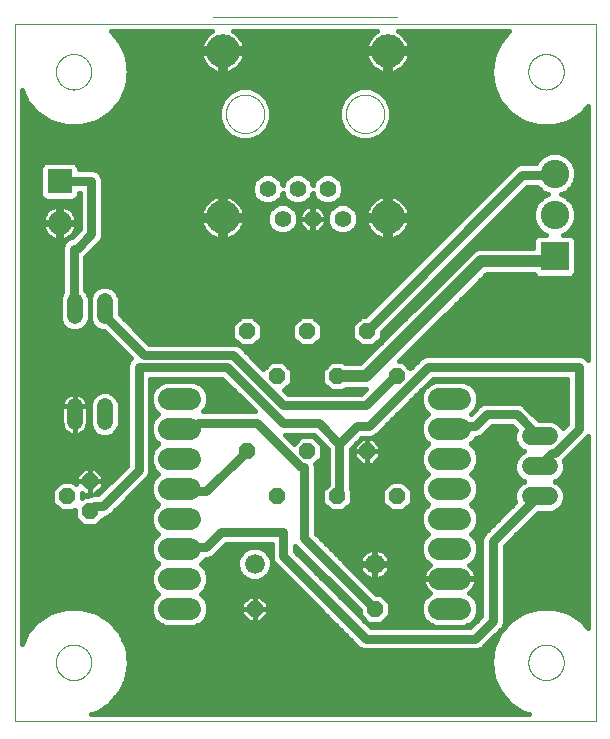
<source format=gtl>
G75*
%MOIN*%
%OFA0B0*%
%FSLAX25Y25*%
%IPPOS*%
%LPD*%
%AMOC8*
5,1,8,0,0,1.08239X$1,22.5*
%
%ADD10C,0.00000*%
%ADD11R,0.08000X0.08000*%
%ADD12C,0.08000*%
%ADD13R,0.09500X0.09500*%
%ADD14C,0.09500*%
%ADD15OC8,0.05200*%
%ADD16C,0.07200*%
%ADD17C,0.00039*%
%ADD18C,0.05543*%
%ADD19C,0.11220*%
%ADD20C,0.06600*%
%ADD21C,0.05200*%
%ADD22C,0.06000*%
%ADD23C,0.01600*%
%ADD24C,0.03000*%
%ADD25C,0.04000*%
D10*
X0001800Y0001800D02*
X0001800Y0234261D01*
X0195501Y0234261D01*
X0195501Y0001800D01*
X0001800Y0001800D01*
X0015579Y0021485D02*
X0015581Y0021638D01*
X0015587Y0021792D01*
X0015597Y0021945D01*
X0015611Y0022097D01*
X0015629Y0022250D01*
X0015651Y0022401D01*
X0015676Y0022552D01*
X0015706Y0022703D01*
X0015740Y0022853D01*
X0015777Y0023001D01*
X0015818Y0023149D01*
X0015863Y0023295D01*
X0015912Y0023441D01*
X0015965Y0023585D01*
X0016021Y0023727D01*
X0016081Y0023868D01*
X0016145Y0024008D01*
X0016212Y0024146D01*
X0016283Y0024282D01*
X0016358Y0024416D01*
X0016435Y0024548D01*
X0016517Y0024678D01*
X0016601Y0024806D01*
X0016689Y0024932D01*
X0016780Y0025055D01*
X0016874Y0025176D01*
X0016972Y0025294D01*
X0017072Y0025410D01*
X0017176Y0025523D01*
X0017282Y0025634D01*
X0017391Y0025742D01*
X0017503Y0025847D01*
X0017617Y0025948D01*
X0017735Y0026047D01*
X0017854Y0026143D01*
X0017976Y0026236D01*
X0018101Y0026325D01*
X0018228Y0026412D01*
X0018357Y0026494D01*
X0018488Y0026574D01*
X0018621Y0026650D01*
X0018756Y0026723D01*
X0018893Y0026792D01*
X0019032Y0026857D01*
X0019172Y0026919D01*
X0019314Y0026977D01*
X0019457Y0027032D01*
X0019602Y0027083D01*
X0019748Y0027130D01*
X0019895Y0027173D01*
X0020043Y0027212D01*
X0020192Y0027248D01*
X0020342Y0027279D01*
X0020493Y0027307D01*
X0020644Y0027331D01*
X0020797Y0027351D01*
X0020949Y0027367D01*
X0021102Y0027379D01*
X0021255Y0027387D01*
X0021408Y0027391D01*
X0021562Y0027391D01*
X0021715Y0027387D01*
X0021868Y0027379D01*
X0022021Y0027367D01*
X0022173Y0027351D01*
X0022326Y0027331D01*
X0022477Y0027307D01*
X0022628Y0027279D01*
X0022778Y0027248D01*
X0022927Y0027212D01*
X0023075Y0027173D01*
X0023222Y0027130D01*
X0023368Y0027083D01*
X0023513Y0027032D01*
X0023656Y0026977D01*
X0023798Y0026919D01*
X0023938Y0026857D01*
X0024077Y0026792D01*
X0024214Y0026723D01*
X0024349Y0026650D01*
X0024482Y0026574D01*
X0024613Y0026494D01*
X0024742Y0026412D01*
X0024869Y0026325D01*
X0024994Y0026236D01*
X0025116Y0026143D01*
X0025235Y0026047D01*
X0025353Y0025948D01*
X0025467Y0025847D01*
X0025579Y0025742D01*
X0025688Y0025634D01*
X0025794Y0025523D01*
X0025898Y0025410D01*
X0025998Y0025294D01*
X0026096Y0025176D01*
X0026190Y0025055D01*
X0026281Y0024932D01*
X0026369Y0024806D01*
X0026453Y0024678D01*
X0026535Y0024548D01*
X0026612Y0024416D01*
X0026687Y0024282D01*
X0026758Y0024146D01*
X0026825Y0024008D01*
X0026889Y0023868D01*
X0026949Y0023727D01*
X0027005Y0023585D01*
X0027058Y0023441D01*
X0027107Y0023295D01*
X0027152Y0023149D01*
X0027193Y0023001D01*
X0027230Y0022853D01*
X0027264Y0022703D01*
X0027294Y0022552D01*
X0027319Y0022401D01*
X0027341Y0022250D01*
X0027359Y0022097D01*
X0027373Y0021945D01*
X0027383Y0021792D01*
X0027389Y0021638D01*
X0027391Y0021485D01*
X0027389Y0021332D01*
X0027383Y0021178D01*
X0027373Y0021025D01*
X0027359Y0020873D01*
X0027341Y0020720D01*
X0027319Y0020569D01*
X0027294Y0020418D01*
X0027264Y0020267D01*
X0027230Y0020117D01*
X0027193Y0019969D01*
X0027152Y0019821D01*
X0027107Y0019675D01*
X0027058Y0019529D01*
X0027005Y0019385D01*
X0026949Y0019243D01*
X0026889Y0019102D01*
X0026825Y0018962D01*
X0026758Y0018824D01*
X0026687Y0018688D01*
X0026612Y0018554D01*
X0026535Y0018422D01*
X0026453Y0018292D01*
X0026369Y0018164D01*
X0026281Y0018038D01*
X0026190Y0017915D01*
X0026096Y0017794D01*
X0025998Y0017676D01*
X0025898Y0017560D01*
X0025794Y0017447D01*
X0025688Y0017336D01*
X0025579Y0017228D01*
X0025467Y0017123D01*
X0025353Y0017022D01*
X0025235Y0016923D01*
X0025116Y0016827D01*
X0024994Y0016734D01*
X0024869Y0016645D01*
X0024742Y0016558D01*
X0024613Y0016476D01*
X0024482Y0016396D01*
X0024349Y0016320D01*
X0024214Y0016247D01*
X0024077Y0016178D01*
X0023938Y0016113D01*
X0023798Y0016051D01*
X0023656Y0015993D01*
X0023513Y0015938D01*
X0023368Y0015887D01*
X0023222Y0015840D01*
X0023075Y0015797D01*
X0022927Y0015758D01*
X0022778Y0015722D01*
X0022628Y0015691D01*
X0022477Y0015663D01*
X0022326Y0015639D01*
X0022173Y0015619D01*
X0022021Y0015603D01*
X0021868Y0015591D01*
X0021715Y0015583D01*
X0021562Y0015579D01*
X0021408Y0015579D01*
X0021255Y0015583D01*
X0021102Y0015591D01*
X0020949Y0015603D01*
X0020797Y0015619D01*
X0020644Y0015639D01*
X0020493Y0015663D01*
X0020342Y0015691D01*
X0020192Y0015722D01*
X0020043Y0015758D01*
X0019895Y0015797D01*
X0019748Y0015840D01*
X0019602Y0015887D01*
X0019457Y0015938D01*
X0019314Y0015993D01*
X0019172Y0016051D01*
X0019032Y0016113D01*
X0018893Y0016178D01*
X0018756Y0016247D01*
X0018621Y0016320D01*
X0018488Y0016396D01*
X0018357Y0016476D01*
X0018228Y0016558D01*
X0018101Y0016645D01*
X0017976Y0016734D01*
X0017854Y0016827D01*
X0017735Y0016923D01*
X0017617Y0017022D01*
X0017503Y0017123D01*
X0017391Y0017228D01*
X0017282Y0017336D01*
X0017176Y0017447D01*
X0017072Y0017560D01*
X0016972Y0017676D01*
X0016874Y0017794D01*
X0016780Y0017915D01*
X0016689Y0018038D01*
X0016601Y0018164D01*
X0016517Y0018292D01*
X0016435Y0018422D01*
X0016358Y0018554D01*
X0016283Y0018688D01*
X0016212Y0018824D01*
X0016145Y0018962D01*
X0016081Y0019102D01*
X0016021Y0019243D01*
X0015965Y0019385D01*
X0015912Y0019529D01*
X0015863Y0019675D01*
X0015818Y0019821D01*
X0015777Y0019969D01*
X0015740Y0020117D01*
X0015706Y0020267D01*
X0015676Y0020418D01*
X0015651Y0020569D01*
X0015629Y0020720D01*
X0015611Y0020873D01*
X0015597Y0021025D01*
X0015587Y0021178D01*
X0015581Y0021332D01*
X0015579Y0021485D01*
X0072231Y0204300D02*
X0072233Y0204460D01*
X0072239Y0204619D01*
X0072249Y0204778D01*
X0072263Y0204937D01*
X0072281Y0205096D01*
X0072302Y0205254D01*
X0072328Y0205411D01*
X0072358Y0205568D01*
X0072391Y0205724D01*
X0072429Y0205879D01*
X0072470Y0206033D01*
X0072515Y0206186D01*
X0072564Y0206338D01*
X0072617Y0206489D01*
X0072673Y0206638D01*
X0072734Y0206786D01*
X0072797Y0206932D01*
X0072865Y0207077D01*
X0072936Y0207220D01*
X0073010Y0207361D01*
X0073088Y0207500D01*
X0073170Y0207637D01*
X0073255Y0207772D01*
X0073343Y0207905D01*
X0073435Y0208036D01*
X0073529Y0208164D01*
X0073627Y0208290D01*
X0073728Y0208414D01*
X0073832Y0208535D01*
X0073939Y0208653D01*
X0074049Y0208769D01*
X0074162Y0208882D01*
X0074278Y0208992D01*
X0074396Y0209099D01*
X0074517Y0209203D01*
X0074641Y0209304D01*
X0074767Y0209402D01*
X0074895Y0209496D01*
X0075026Y0209588D01*
X0075159Y0209676D01*
X0075294Y0209761D01*
X0075431Y0209843D01*
X0075570Y0209921D01*
X0075711Y0209995D01*
X0075854Y0210066D01*
X0075999Y0210134D01*
X0076145Y0210197D01*
X0076293Y0210258D01*
X0076442Y0210314D01*
X0076593Y0210367D01*
X0076745Y0210416D01*
X0076898Y0210461D01*
X0077052Y0210502D01*
X0077207Y0210540D01*
X0077363Y0210573D01*
X0077520Y0210603D01*
X0077677Y0210629D01*
X0077835Y0210650D01*
X0077994Y0210668D01*
X0078153Y0210682D01*
X0078312Y0210692D01*
X0078471Y0210698D01*
X0078631Y0210700D01*
X0078791Y0210698D01*
X0078950Y0210692D01*
X0079109Y0210682D01*
X0079268Y0210668D01*
X0079427Y0210650D01*
X0079585Y0210629D01*
X0079742Y0210603D01*
X0079899Y0210573D01*
X0080055Y0210540D01*
X0080210Y0210502D01*
X0080364Y0210461D01*
X0080517Y0210416D01*
X0080669Y0210367D01*
X0080820Y0210314D01*
X0080969Y0210258D01*
X0081117Y0210197D01*
X0081263Y0210134D01*
X0081408Y0210066D01*
X0081551Y0209995D01*
X0081692Y0209921D01*
X0081831Y0209843D01*
X0081968Y0209761D01*
X0082103Y0209676D01*
X0082236Y0209588D01*
X0082367Y0209496D01*
X0082495Y0209402D01*
X0082621Y0209304D01*
X0082745Y0209203D01*
X0082866Y0209099D01*
X0082984Y0208992D01*
X0083100Y0208882D01*
X0083213Y0208769D01*
X0083323Y0208653D01*
X0083430Y0208535D01*
X0083534Y0208414D01*
X0083635Y0208290D01*
X0083733Y0208164D01*
X0083827Y0208036D01*
X0083919Y0207905D01*
X0084007Y0207772D01*
X0084092Y0207637D01*
X0084174Y0207500D01*
X0084252Y0207361D01*
X0084326Y0207220D01*
X0084397Y0207077D01*
X0084465Y0206932D01*
X0084528Y0206786D01*
X0084589Y0206638D01*
X0084645Y0206489D01*
X0084698Y0206338D01*
X0084747Y0206186D01*
X0084792Y0206033D01*
X0084833Y0205879D01*
X0084871Y0205724D01*
X0084904Y0205568D01*
X0084934Y0205411D01*
X0084960Y0205254D01*
X0084981Y0205096D01*
X0084999Y0204937D01*
X0085013Y0204778D01*
X0085023Y0204619D01*
X0085029Y0204460D01*
X0085031Y0204300D01*
X0085029Y0204140D01*
X0085023Y0203981D01*
X0085013Y0203822D01*
X0084999Y0203663D01*
X0084981Y0203504D01*
X0084960Y0203346D01*
X0084934Y0203189D01*
X0084904Y0203032D01*
X0084871Y0202876D01*
X0084833Y0202721D01*
X0084792Y0202567D01*
X0084747Y0202414D01*
X0084698Y0202262D01*
X0084645Y0202111D01*
X0084589Y0201962D01*
X0084528Y0201814D01*
X0084465Y0201668D01*
X0084397Y0201523D01*
X0084326Y0201380D01*
X0084252Y0201239D01*
X0084174Y0201100D01*
X0084092Y0200963D01*
X0084007Y0200828D01*
X0083919Y0200695D01*
X0083827Y0200564D01*
X0083733Y0200436D01*
X0083635Y0200310D01*
X0083534Y0200186D01*
X0083430Y0200065D01*
X0083323Y0199947D01*
X0083213Y0199831D01*
X0083100Y0199718D01*
X0082984Y0199608D01*
X0082866Y0199501D01*
X0082745Y0199397D01*
X0082621Y0199296D01*
X0082495Y0199198D01*
X0082367Y0199104D01*
X0082236Y0199012D01*
X0082103Y0198924D01*
X0081968Y0198839D01*
X0081831Y0198757D01*
X0081692Y0198679D01*
X0081551Y0198605D01*
X0081408Y0198534D01*
X0081263Y0198466D01*
X0081117Y0198403D01*
X0080969Y0198342D01*
X0080820Y0198286D01*
X0080669Y0198233D01*
X0080517Y0198184D01*
X0080364Y0198139D01*
X0080210Y0198098D01*
X0080055Y0198060D01*
X0079899Y0198027D01*
X0079742Y0197997D01*
X0079585Y0197971D01*
X0079427Y0197950D01*
X0079268Y0197932D01*
X0079109Y0197918D01*
X0078950Y0197908D01*
X0078791Y0197902D01*
X0078631Y0197900D01*
X0078471Y0197902D01*
X0078312Y0197908D01*
X0078153Y0197918D01*
X0077994Y0197932D01*
X0077835Y0197950D01*
X0077677Y0197971D01*
X0077520Y0197997D01*
X0077363Y0198027D01*
X0077207Y0198060D01*
X0077052Y0198098D01*
X0076898Y0198139D01*
X0076745Y0198184D01*
X0076593Y0198233D01*
X0076442Y0198286D01*
X0076293Y0198342D01*
X0076145Y0198403D01*
X0075999Y0198466D01*
X0075854Y0198534D01*
X0075711Y0198605D01*
X0075570Y0198679D01*
X0075431Y0198757D01*
X0075294Y0198839D01*
X0075159Y0198924D01*
X0075026Y0199012D01*
X0074895Y0199104D01*
X0074767Y0199198D01*
X0074641Y0199296D01*
X0074517Y0199397D01*
X0074396Y0199501D01*
X0074278Y0199608D01*
X0074162Y0199718D01*
X0074049Y0199831D01*
X0073939Y0199947D01*
X0073832Y0200065D01*
X0073728Y0200186D01*
X0073627Y0200310D01*
X0073529Y0200436D01*
X0073435Y0200564D01*
X0073343Y0200695D01*
X0073255Y0200828D01*
X0073170Y0200963D01*
X0073088Y0201100D01*
X0073010Y0201239D01*
X0072936Y0201380D01*
X0072865Y0201523D01*
X0072797Y0201668D01*
X0072734Y0201814D01*
X0072673Y0201962D01*
X0072617Y0202111D01*
X0072564Y0202262D01*
X0072515Y0202414D01*
X0072470Y0202567D01*
X0072429Y0202721D01*
X0072391Y0202876D01*
X0072358Y0203032D01*
X0072328Y0203189D01*
X0072302Y0203346D01*
X0072281Y0203504D01*
X0072263Y0203663D01*
X0072249Y0203822D01*
X0072239Y0203981D01*
X0072233Y0204140D01*
X0072231Y0204300D01*
X0112231Y0204300D02*
X0112233Y0204460D01*
X0112239Y0204619D01*
X0112249Y0204778D01*
X0112263Y0204937D01*
X0112281Y0205096D01*
X0112302Y0205254D01*
X0112328Y0205411D01*
X0112358Y0205568D01*
X0112391Y0205724D01*
X0112429Y0205879D01*
X0112470Y0206033D01*
X0112515Y0206186D01*
X0112564Y0206338D01*
X0112617Y0206489D01*
X0112673Y0206638D01*
X0112734Y0206786D01*
X0112797Y0206932D01*
X0112865Y0207077D01*
X0112936Y0207220D01*
X0113010Y0207361D01*
X0113088Y0207500D01*
X0113170Y0207637D01*
X0113255Y0207772D01*
X0113343Y0207905D01*
X0113435Y0208036D01*
X0113529Y0208164D01*
X0113627Y0208290D01*
X0113728Y0208414D01*
X0113832Y0208535D01*
X0113939Y0208653D01*
X0114049Y0208769D01*
X0114162Y0208882D01*
X0114278Y0208992D01*
X0114396Y0209099D01*
X0114517Y0209203D01*
X0114641Y0209304D01*
X0114767Y0209402D01*
X0114895Y0209496D01*
X0115026Y0209588D01*
X0115159Y0209676D01*
X0115294Y0209761D01*
X0115431Y0209843D01*
X0115570Y0209921D01*
X0115711Y0209995D01*
X0115854Y0210066D01*
X0115999Y0210134D01*
X0116145Y0210197D01*
X0116293Y0210258D01*
X0116442Y0210314D01*
X0116593Y0210367D01*
X0116745Y0210416D01*
X0116898Y0210461D01*
X0117052Y0210502D01*
X0117207Y0210540D01*
X0117363Y0210573D01*
X0117520Y0210603D01*
X0117677Y0210629D01*
X0117835Y0210650D01*
X0117994Y0210668D01*
X0118153Y0210682D01*
X0118312Y0210692D01*
X0118471Y0210698D01*
X0118631Y0210700D01*
X0118791Y0210698D01*
X0118950Y0210692D01*
X0119109Y0210682D01*
X0119268Y0210668D01*
X0119427Y0210650D01*
X0119585Y0210629D01*
X0119742Y0210603D01*
X0119899Y0210573D01*
X0120055Y0210540D01*
X0120210Y0210502D01*
X0120364Y0210461D01*
X0120517Y0210416D01*
X0120669Y0210367D01*
X0120820Y0210314D01*
X0120969Y0210258D01*
X0121117Y0210197D01*
X0121263Y0210134D01*
X0121408Y0210066D01*
X0121551Y0209995D01*
X0121692Y0209921D01*
X0121831Y0209843D01*
X0121968Y0209761D01*
X0122103Y0209676D01*
X0122236Y0209588D01*
X0122367Y0209496D01*
X0122495Y0209402D01*
X0122621Y0209304D01*
X0122745Y0209203D01*
X0122866Y0209099D01*
X0122984Y0208992D01*
X0123100Y0208882D01*
X0123213Y0208769D01*
X0123323Y0208653D01*
X0123430Y0208535D01*
X0123534Y0208414D01*
X0123635Y0208290D01*
X0123733Y0208164D01*
X0123827Y0208036D01*
X0123919Y0207905D01*
X0124007Y0207772D01*
X0124092Y0207637D01*
X0124174Y0207500D01*
X0124252Y0207361D01*
X0124326Y0207220D01*
X0124397Y0207077D01*
X0124465Y0206932D01*
X0124528Y0206786D01*
X0124589Y0206638D01*
X0124645Y0206489D01*
X0124698Y0206338D01*
X0124747Y0206186D01*
X0124792Y0206033D01*
X0124833Y0205879D01*
X0124871Y0205724D01*
X0124904Y0205568D01*
X0124934Y0205411D01*
X0124960Y0205254D01*
X0124981Y0205096D01*
X0124999Y0204937D01*
X0125013Y0204778D01*
X0125023Y0204619D01*
X0125029Y0204460D01*
X0125031Y0204300D01*
X0125029Y0204140D01*
X0125023Y0203981D01*
X0125013Y0203822D01*
X0124999Y0203663D01*
X0124981Y0203504D01*
X0124960Y0203346D01*
X0124934Y0203189D01*
X0124904Y0203032D01*
X0124871Y0202876D01*
X0124833Y0202721D01*
X0124792Y0202567D01*
X0124747Y0202414D01*
X0124698Y0202262D01*
X0124645Y0202111D01*
X0124589Y0201962D01*
X0124528Y0201814D01*
X0124465Y0201668D01*
X0124397Y0201523D01*
X0124326Y0201380D01*
X0124252Y0201239D01*
X0124174Y0201100D01*
X0124092Y0200963D01*
X0124007Y0200828D01*
X0123919Y0200695D01*
X0123827Y0200564D01*
X0123733Y0200436D01*
X0123635Y0200310D01*
X0123534Y0200186D01*
X0123430Y0200065D01*
X0123323Y0199947D01*
X0123213Y0199831D01*
X0123100Y0199718D01*
X0122984Y0199608D01*
X0122866Y0199501D01*
X0122745Y0199397D01*
X0122621Y0199296D01*
X0122495Y0199198D01*
X0122367Y0199104D01*
X0122236Y0199012D01*
X0122103Y0198924D01*
X0121968Y0198839D01*
X0121831Y0198757D01*
X0121692Y0198679D01*
X0121551Y0198605D01*
X0121408Y0198534D01*
X0121263Y0198466D01*
X0121117Y0198403D01*
X0120969Y0198342D01*
X0120820Y0198286D01*
X0120669Y0198233D01*
X0120517Y0198184D01*
X0120364Y0198139D01*
X0120210Y0198098D01*
X0120055Y0198060D01*
X0119899Y0198027D01*
X0119742Y0197997D01*
X0119585Y0197971D01*
X0119427Y0197950D01*
X0119268Y0197932D01*
X0119109Y0197918D01*
X0118950Y0197908D01*
X0118791Y0197902D01*
X0118631Y0197900D01*
X0118471Y0197902D01*
X0118312Y0197908D01*
X0118153Y0197918D01*
X0117994Y0197932D01*
X0117835Y0197950D01*
X0117677Y0197971D01*
X0117520Y0197997D01*
X0117363Y0198027D01*
X0117207Y0198060D01*
X0117052Y0198098D01*
X0116898Y0198139D01*
X0116745Y0198184D01*
X0116593Y0198233D01*
X0116442Y0198286D01*
X0116293Y0198342D01*
X0116145Y0198403D01*
X0115999Y0198466D01*
X0115854Y0198534D01*
X0115711Y0198605D01*
X0115570Y0198679D01*
X0115431Y0198757D01*
X0115294Y0198839D01*
X0115159Y0198924D01*
X0115026Y0199012D01*
X0114895Y0199104D01*
X0114767Y0199198D01*
X0114641Y0199296D01*
X0114517Y0199397D01*
X0114396Y0199501D01*
X0114278Y0199608D01*
X0114162Y0199718D01*
X0114049Y0199831D01*
X0113939Y0199947D01*
X0113832Y0200065D01*
X0113728Y0200186D01*
X0113627Y0200310D01*
X0113529Y0200436D01*
X0113435Y0200564D01*
X0113343Y0200695D01*
X0113255Y0200828D01*
X0113170Y0200963D01*
X0113088Y0201100D01*
X0113010Y0201239D01*
X0112936Y0201380D01*
X0112865Y0201523D01*
X0112797Y0201668D01*
X0112734Y0201814D01*
X0112673Y0201962D01*
X0112617Y0202111D01*
X0112564Y0202262D01*
X0112515Y0202414D01*
X0112470Y0202567D01*
X0112429Y0202721D01*
X0112391Y0202876D01*
X0112358Y0203032D01*
X0112328Y0203189D01*
X0112302Y0203346D01*
X0112281Y0203504D01*
X0112263Y0203663D01*
X0112249Y0203822D01*
X0112239Y0203981D01*
X0112233Y0204140D01*
X0112231Y0204300D01*
X0173059Y0218335D02*
X0173061Y0218488D01*
X0173067Y0218642D01*
X0173077Y0218795D01*
X0173091Y0218947D01*
X0173109Y0219100D01*
X0173131Y0219251D01*
X0173156Y0219402D01*
X0173186Y0219553D01*
X0173220Y0219703D01*
X0173257Y0219851D01*
X0173298Y0219999D01*
X0173343Y0220145D01*
X0173392Y0220291D01*
X0173445Y0220435D01*
X0173501Y0220577D01*
X0173561Y0220718D01*
X0173625Y0220858D01*
X0173692Y0220996D01*
X0173763Y0221132D01*
X0173838Y0221266D01*
X0173915Y0221398D01*
X0173997Y0221528D01*
X0174081Y0221656D01*
X0174169Y0221782D01*
X0174260Y0221905D01*
X0174354Y0222026D01*
X0174452Y0222144D01*
X0174552Y0222260D01*
X0174656Y0222373D01*
X0174762Y0222484D01*
X0174871Y0222592D01*
X0174983Y0222697D01*
X0175097Y0222798D01*
X0175215Y0222897D01*
X0175334Y0222993D01*
X0175456Y0223086D01*
X0175581Y0223175D01*
X0175708Y0223262D01*
X0175837Y0223344D01*
X0175968Y0223424D01*
X0176101Y0223500D01*
X0176236Y0223573D01*
X0176373Y0223642D01*
X0176512Y0223707D01*
X0176652Y0223769D01*
X0176794Y0223827D01*
X0176937Y0223882D01*
X0177082Y0223933D01*
X0177228Y0223980D01*
X0177375Y0224023D01*
X0177523Y0224062D01*
X0177672Y0224098D01*
X0177822Y0224129D01*
X0177973Y0224157D01*
X0178124Y0224181D01*
X0178277Y0224201D01*
X0178429Y0224217D01*
X0178582Y0224229D01*
X0178735Y0224237D01*
X0178888Y0224241D01*
X0179042Y0224241D01*
X0179195Y0224237D01*
X0179348Y0224229D01*
X0179501Y0224217D01*
X0179653Y0224201D01*
X0179806Y0224181D01*
X0179957Y0224157D01*
X0180108Y0224129D01*
X0180258Y0224098D01*
X0180407Y0224062D01*
X0180555Y0224023D01*
X0180702Y0223980D01*
X0180848Y0223933D01*
X0180993Y0223882D01*
X0181136Y0223827D01*
X0181278Y0223769D01*
X0181418Y0223707D01*
X0181557Y0223642D01*
X0181694Y0223573D01*
X0181829Y0223500D01*
X0181962Y0223424D01*
X0182093Y0223344D01*
X0182222Y0223262D01*
X0182349Y0223175D01*
X0182474Y0223086D01*
X0182596Y0222993D01*
X0182715Y0222897D01*
X0182833Y0222798D01*
X0182947Y0222697D01*
X0183059Y0222592D01*
X0183168Y0222484D01*
X0183274Y0222373D01*
X0183378Y0222260D01*
X0183478Y0222144D01*
X0183576Y0222026D01*
X0183670Y0221905D01*
X0183761Y0221782D01*
X0183849Y0221656D01*
X0183933Y0221528D01*
X0184015Y0221398D01*
X0184092Y0221266D01*
X0184167Y0221132D01*
X0184238Y0220996D01*
X0184305Y0220858D01*
X0184369Y0220718D01*
X0184429Y0220577D01*
X0184485Y0220435D01*
X0184538Y0220291D01*
X0184587Y0220145D01*
X0184632Y0219999D01*
X0184673Y0219851D01*
X0184710Y0219703D01*
X0184744Y0219553D01*
X0184774Y0219402D01*
X0184799Y0219251D01*
X0184821Y0219100D01*
X0184839Y0218947D01*
X0184853Y0218795D01*
X0184863Y0218642D01*
X0184869Y0218488D01*
X0184871Y0218335D01*
X0184869Y0218182D01*
X0184863Y0218028D01*
X0184853Y0217875D01*
X0184839Y0217723D01*
X0184821Y0217570D01*
X0184799Y0217419D01*
X0184774Y0217268D01*
X0184744Y0217117D01*
X0184710Y0216967D01*
X0184673Y0216819D01*
X0184632Y0216671D01*
X0184587Y0216525D01*
X0184538Y0216379D01*
X0184485Y0216235D01*
X0184429Y0216093D01*
X0184369Y0215952D01*
X0184305Y0215812D01*
X0184238Y0215674D01*
X0184167Y0215538D01*
X0184092Y0215404D01*
X0184015Y0215272D01*
X0183933Y0215142D01*
X0183849Y0215014D01*
X0183761Y0214888D01*
X0183670Y0214765D01*
X0183576Y0214644D01*
X0183478Y0214526D01*
X0183378Y0214410D01*
X0183274Y0214297D01*
X0183168Y0214186D01*
X0183059Y0214078D01*
X0182947Y0213973D01*
X0182833Y0213872D01*
X0182715Y0213773D01*
X0182596Y0213677D01*
X0182474Y0213584D01*
X0182349Y0213495D01*
X0182222Y0213408D01*
X0182093Y0213326D01*
X0181962Y0213246D01*
X0181829Y0213170D01*
X0181694Y0213097D01*
X0181557Y0213028D01*
X0181418Y0212963D01*
X0181278Y0212901D01*
X0181136Y0212843D01*
X0180993Y0212788D01*
X0180848Y0212737D01*
X0180702Y0212690D01*
X0180555Y0212647D01*
X0180407Y0212608D01*
X0180258Y0212572D01*
X0180108Y0212541D01*
X0179957Y0212513D01*
X0179806Y0212489D01*
X0179653Y0212469D01*
X0179501Y0212453D01*
X0179348Y0212441D01*
X0179195Y0212433D01*
X0179042Y0212429D01*
X0178888Y0212429D01*
X0178735Y0212433D01*
X0178582Y0212441D01*
X0178429Y0212453D01*
X0178277Y0212469D01*
X0178124Y0212489D01*
X0177973Y0212513D01*
X0177822Y0212541D01*
X0177672Y0212572D01*
X0177523Y0212608D01*
X0177375Y0212647D01*
X0177228Y0212690D01*
X0177082Y0212737D01*
X0176937Y0212788D01*
X0176794Y0212843D01*
X0176652Y0212901D01*
X0176512Y0212963D01*
X0176373Y0213028D01*
X0176236Y0213097D01*
X0176101Y0213170D01*
X0175968Y0213246D01*
X0175837Y0213326D01*
X0175708Y0213408D01*
X0175581Y0213495D01*
X0175456Y0213584D01*
X0175334Y0213677D01*
X0175215Y0213773D01*
X0175097Y0213872D01*
X0174983Y0213973D01*
X0174871Y0214078D01*
X0174762Y0214186D01*
X0174656Y0214297D01*
X0174552Y0214410D01*
X0174452Y0214526D01*
X0174354Y0214644D01*
X0174260Y0214765D01*
X0174169Y0214888D01*
X0174081Y0215014D01*
X0173997Y0215142D01*
X0173915Y0215272D01*
X0173838Y0215404D01*
X0173763Y0215538D01*
X0173692Y0215674D01*
X0173625Y0215812D01*
X0173561Y0215952D01*
X0173501Y0216093D01*
X0173445Y0216235D01*
X0173392Y0216379D01*
X0173343Y0216525D01*
X0173298Y0216671D01*
X0173257Y0216819D01*
X0173220Y0216967D01*
X0173186Y0217117D01*
X0173156Y0217268D01*
X0173131Y0217419D01*
X0173109Y0217570D01*
X0173091Y0217723D01*
X0173077Y0217875D01*
X0173067Y0218028D01*
X0173061Y0218182D01*
X0173059Y0218335D01*
X0015579Y0218335D02*
X0015581Y0218488D01*
X0015587Y0218642D01*
X0015597Y0218795D01*
X0015611Y0218947D01*
X0015629Y0219100D01*
X0015651Y0219251D01*
X0015676Y0219402D01*
X0015706Y0219553D01*
X0015740Y0219703D01*
X0015777Y0219851D01*
X0015818Y0219999D01*
X0015863Y0220145D01*
X0015912Y0220291D01*
X0015965Y0220435D01*
X0016021Y0220577D01*
X0016081Y0220718D01*
X0016145Y0220858D01*
X0016212Y0220996D01*
X0016283Y0221132D01*
X0016358Y0221266D01*
X0016435Y0221398D01*
X0016517Y0221528D01*
X0016601Y0221656D01*
X0016689Y0221782D01*
X0016780Y0221905D01*
X0016874Y0222026D01*
X0016972Y0222144D01*
X0017072Y0222260D01*
X0017176Y0222373D01*
X0017282Y0222484D01*
X0017391Y0222592D01*
X0017503Y0222697D01*
X0017617Y0222798D01*
X0017735Y0222897D01*
X0017854Y0222993D01*
X0017976Y0223086D01*
X0018101Y0223175D01*
X0018228Y0223262D01*
X0018357Y0223344D01*
X0018488Y0223424D01*
X0018621Y0223500D01*
X0018756Y0223573D01*
X0018893Y0223642D01*
X0019032Y0223707D01*
X0019172Y0223769D01*
X0019314Y0223827D01*
X0019457Y0223882D01*
X0019602Y0223933D01*
X0019748Y0223980D01*
X0019895Y0224023D01*
X0020043Y0224062D01*
X0020192Y0224098D01*
X0020342Y0224129D01*
X0020493Y0224157D01*
X0020644Y0224181D01*
X0020797Y0224201D01*
X0020949Y0224217D01*
X0021102Y0224229D01*
X0021255Y0224237D01*
X0021408Y0224241D01*
X0021562Y0224241D01*
X0021715Y0224237D01*
X0021868Y0224229D01*
X0022021Y0224217D01*
X0022173Y0224201D01*
X0022326Y0224181D01*
X0022477Y0224157D01*
X0022628Y0224129D01*
X0022778Y0224098D01*
X0022927Y0224062D01*
X0023075Y0224023D01*
X0023222Y0223980D01*
X0023368Y0223933D01*
X0023513Y0223882D01*
X0023656Y0223827D01*
X0023798Y0223769D01*
X0023938Y0223707D01*
X0024077Y0223642D01*
X0024214Y0223573D01*
X0024349Y0223500D01*
X0024482Y0223424D01*
X0024613Y0223344D01*
X0024742Y0223262D01*
X0024869Y0223175D01*
X0024994Y0223086D01*
X0025116Y0222993D01*
X0025235Y0222897D01*
X0025353Y0222798D01*
X0025467Y0222697D01*
X0025579Y0222592D01*
X0025688Y0222484D01*
X0025794Y0222373D01*
X0025898Y0222260D01*
X0025998Y0222144D01*
X0026096Y0222026D01*
X0026190Y0221905D01*
X0026281Y0221782D01*
X0026369Y0221656D01*
X0026453Y0221528D01*
X0026535Y0221398D01*
X0026612Y0221266D01*
X0026687Y0221132D01*
X0026758Y0220996D01*
X0026825Y0220858D01*
X0026889Y0220718D01*
X0026949Y0220577D01*
X0027005Y0220435D01*
X0027058Y0220291D01*
X0027107Y0220145D01*
X0027152Y0219999D01*
X0027193Y0219851D01*
X0027230Y0219703D01*
X0027264Y0219553D01*
X0027294Y0219402D01*
X0027319Y0219251D01*
X0027341Y0219100D01*
X0027359Y0218947D01*
X0027373Y0218795D01*
X0027383Y0218642D01*
X0027389Y0218488D01*
X0027391Y0218335D01*
X0027389Y0218182D01*
X0027383Y0218028D01*
X0027373Y0217875D01*
X0027359Y0217723D01*
X0027341Y0217570D01*
X0027319Y0217419D01*
X0027294Y0217268D01*
X0027264Y0217117D01*
X0027230Y0216967D01*
X0027193Y0216819D01*
X0027152Y0216671D01*
X0027107Y0216525D01*
X0027058Y0216379D01*
X0027005Y0216235D01*
X0026949Y0216093D01*
X0026889Y0215952D01*
X0026825Y0215812D01*
X0026758Y0215674D01*
X0026687Y0215538D01*
X0026612Y0215404D01*
X0026535Y0215272D01*
X0026453Y0215142D01*
X0026369Y0215014D01*
X0026281Y0214888D01*
X0026190Y0214765D01*
X0026096Y0214644D01*
X0025998Y0214526D01*
X0025898Y0214410D01*
X0025794Y0214297D01*
X0025688Y0214186D01*
X0025579Y0214078D01*
X0025467Y0213973D01*
X0025353Y0213872D01*
X0025235Y0213773D01*
X0025116Y0213677D01*
X0024994Y0213584D01*
X0024869Y0213495D01*
X0024742Y0213408D01*
X0024613Y0213326D01*
X0024482Y0213246D01*
X0024349Y0213170D01*
X0024214Y0213097D01*
X0024077Y0213028D01*
X0023938Y0212963D01*
X0023798Y0212901D01*
X0023656Y0212843D01*
X0023513Y0212788D01*
X0023368Y0212737D01*
X0023222Y0212690D01*
X0023075Y0212647D01*
X0022927Y0212608D01*
X0022778Y0212572D01*
X0022628Y0212541D01*
X0022477Y0212513D01*
X0022326Y0212489D01*
X0022173Y0212469D01*
X0022021Y0212453D01*
X0021868Y0212441D01*
X0021715Y0212433D01*
X0021562Y0212429D01*
X0021408Y0212429D01*
X0021255Y0212433D01*
X0021102Y0212441D01*
X0020949Y0212453D01*
X0020797Y0212469D01*
X0020644Y0212489D01*
X0020493Y0212513D01*
X0020342Y0212541D01*
X0020192Y0212572D01*
X0020043Y0212608D01*
X0019895Y0212647D01*
X0019748Y0212690D01*
X0019602Y0212737D01*
X0019457Y0212788D01*
X0019314Y0212843D01*
X0019172Y0212901D01*
X0019032Y0212963D01*
X0018893Y0213028D01*
X0018756Y0213097D01*
X0018621Y0213170D01*
X0018488Y0213246D01*
X0018357Y0213326D01*
X0018228Y0213408D01*
X0018101Y0213495D01*
X0017976Y0213584D01*
X0017854Y0213677D01*
X0017735Y0213773D01*
X0017617Y0213872D01*
X0017503Y0213973D01*
X0017391Y0214078D01*
X0017282Y0214186D01*
X0017176Y0214297D01*
X0017072Y0214410D01*
X0016972Y0214526D01*
X0016874Y0214644D01*
X0016780Y0214765D01*
X0016689Y0214888D01*
X0016601Y0215014D01*
X0016517Y0215142D01*
X0016435Y0215272D01*
X0016358Y0215404D01*
X0016283Y0215538D01*
X0016212Y0215674D01*
X0016145Y0215812D01*
X0016081Y0215952D01*
X0016021Y0216093D01*
X0015965Y0216235D01*
X0015912Y0216379D01*
X0015863Y0216525D01*
X0015818Y0216671D01*
X0015777Y0216819D01*
X0015740Y0216967D01*
X0015706Y0217117D01*
X0015676Y0217268D01*
X0015651Y0217419D01*
X0015629Y0217570D01*
X0015611Y0217723D01*
X0015597Y0217875D01*
X0015587Y0218028D01*
X0015581Y0218182D01*
X0015579Y0218335D01*
X0173059Y0021485D02*
X0173061Y0021638D01*
X0173067Y0021792D01*
X0173077Y0021945D01*
X0173091Y0022097D01*
X0173109Y0022250D01*
X0173131Y0022401D01*
X0173156Y0022552D01*
X0173186Y0022703D01*
X0173220Y0022853D01*
X0173257Y0023001D01*
X0173298Y0023149D01*
X0173343Y0023295D01*
X0173392Y0023441D01*
X0173445Y0023585D01*
X0173501Y0023727D01*
X0173561Y0023868D01*
X0173625Y0024008D01*
X0173692Y0024146D01*
X0173763Y0024282D01*
X0173838Y0024416D01*
X0173915Y0024548D01*
X0173997Y0024678D01*
X0174081Y0024806D01*
X0174169Y0024932D01*
X0174260Y0025055D01*
X0174354Y0025176D01*
X0174452Y0025294D01*
X0174552Y0025410D01*
X0174656Y0025523D01*
X0174762Y0025634D01*
X0174871Y0025742D01*
X0174983Y0025847D01*
X0175097Y0025948D01*
X0175215Y0026047D01*
X0175334Y0026143D01*
X0175456Y0026236D01*
X0175581Y0026325D01*
X0175708Y0026412D01*
X0175837Y0026494D01*
X0175968Y0026574D01*
X0176101Y0026650D01*
X0176236Y0026723D01*
X0176373Y0026792D01*
X0176512Y0026857D01*
X0176652Y0026919D01*
X0176794Y0026977D01*
X0176937Y0027032D01*
X0177082Y0027083D01*
X0177228Y0027130D01*
X0177375Y0027173D01*
X0177523Y0027212D01*
X0177672Y0027248D01*
X0177822Y0027279D01*
X0177973Y0027307D01*
X0178124Y0027331D01*
X0178277Y0027351D01*
X0178429Y0027367D01*
X0178582Y0027379D01*
X0178735Y0027387D01*
X0178888Y0027391D01*
X0179042Y0027391D01*
X0179195Y0027387D01*
X0179348Y0027379D01*
X0179501Y0027367D01*
X0179653Y0027351D01*
X0179806Y0027331D01*
X0179957Y0027307D01*
X0180108Y0027279D01*
X0180258Y0027248D01*
X0180407Y0027212D01*
X0180555Y0027173D01*
X0180702Y0027130D01*
X0180848Y0027083D01*
X0180993Y0027032D01*
X0181136Y0026977D01*
X0181278Y0026919D01*
X0181418Y0026857D01*
X0181557Y0026792D01*
X0181694Y0026723D01*
X0181829Y0026650D01*
X0181962Y0026574D01*
X0182093Y0026494D01*
X0182222Y0026412D01*
X0182349Y0026325D01*
X0182474Y0026236D01*
X0182596Y0026143D01*
X0182715Y0026047D01*
X0182833Y0025948D01*
X0182947Y0025847D01*
X0183059Y0025742D01*
X0183168Y0025634D01*
X0183274Y0025523D01*
X0183378Y0025410D01*
X0183478Y0025294D01*
X0183576Y0025176D01*
X0183670Y0025055D01*
X0183761Y0024932D01*
X0183849Y0024806D01*
X0183933Y0024678D01*
X0184015Y0024548D01*
X0184092Y0024416D01*
X0184167Y0024282D01*
X0184238Y0024146D01*
X0184305Y0024008D01*
X0184369Y0023868D01*
X0184429Y0023727D01*
X0184485Y0023585D01*
X0184538Y0023441D01*
X0184587Y0023295D01*
X0184632Y0023149D01*
X0184673Y0023001D01*
X0184710Y0022853D01*
X0184744Y0022703D01*
X0184774Y0022552D01*
X0184799Y0022401D01*
X0184821Y0022250D01*
X0184839Y0022097D01*
X0184853Y0021945D01*
X0184863Y0021792D01*
X0184869Y0021638D01*
X0184871Y0021485D01*
X0184869Y0021332D01*
X0184863Y0021178D01*
X0184853Y0021025D01*
X0184839Y0020873D01*
X0184821Y0020720D01*
X0184799Y0020569D01*
X0184774Y0020418D01*
X0184744Y0020267D01*
X0184710Y0020117D01*
X0184673Y0019969D01*
X0184632Y0019821D01*
X0184587Y0019675D01*
X0184538Y0019529D01*
X0184485Y0019385D01*
X0184429Y0019243D01*
X0184369Y0019102D01*
X0184305Y0018962D01*
X0184238Y0018824D01*
X0184167Y0018688D01*
X0184092Y0018554D01*
X0184015Y0018422D01*
X0183933Y0018292D01*
X0183849Y0018164D01*
X0183761Y0018038D01*
X0183670Y0017915D01*
X0183576Y0017794D01*
X0183478Y0017676D01*
X0183378Y0017560D01*
X0183274Y0017447D01*
X0183168Y0017336D01*
X0183059Y0017228D01*
X0182947Y0017123D01*
X0182833Y0017022D01*
X0182715Y0016923D01*
X0182596Y0016827D01*
X0182474Y0016734D01*
X0182349Y0016645D01*
X0182222Y0016558D01*
X0182093Y0016476D01*
X0181962Y0016396D01*
X0181829Y0016320D01*
X0181694Y0016247D01*
X0181557Y0016178D01*
X0181418Y0016113D01*
X0181278Y0016051D01*
X0181136Y0015993D01*
X0180993Y0015938D01*
X0180848Y0015887D01*
X0180702Y0015840D01*
X0180555Y0015797D01*
X0180407Y0015758D01*
X0180258Y0015722D01*
X0180108Y0015691D01*
X0179957Y0015663D01*
X0179806Y0015639D01*
X0179653Y0015619D01*
X0179501Y0015603D01*
X0179348Y0015591D01*
X0179195Y0015583D01*
X0179042Y0015579D01*
X0178888Y0015579D01*
X0178735Y0015583D01*
X0178582Y0015591D01*
X0178429Y0015603D01*
X0178277Y0015619D01*
X0178124Y0015639D01*
X0177973Y0015663D01*
X0177822Y0015691D01*
X0177672Y0015722D01*
X0177523Y0015758D01*
X0177375Y0015797D01*
X0177228Y0015840D01*
X0177082Y0015887D01*
X0176937Y0015938D01*
X0176794Y0015993D01*
X0176652Y0016051D01*
X0176512Y0016113D01*
X0176373Y0016178D01*
X0176236Y0016247D01*
X0176101Y0016320D01*
X0175968Y0016396D01*
X0175837Y0016476D01*
X0175708Y0016558D01*
X0175581Y0016645D01*
X0175456Y0016734D01*
X0175334Y0016827D01*
X0175215Y0016923D01*
X0175097Y0017022D01*
X0174983Y0017123D01*
X0174871Y0017228D01*
X0174762Y0017336D01*
X0174656Y0017447D01*
X0174552Y0017560D01*
X0174452Y0017676D01*
X0174354Y0017794D01*
X0174260Y0017915D01*
X0174169Y0018038D01*
X0174081Y0018164D01*
X0173997Y0018292D01*
X0173915Y0018422D01*
X0173838Y0018554D01*
X0173763Y0018688D01*
X0173692Y0018824D01*
X0173625Y0018962D01*
X0173561Y0019102D01*
X0173501Y0019243D01*
X0173445Y0019385D01*
X0173392Y0019529D01*
X0173343Y0019675D01*
X0173298Y0019821D01*
X0173257Y0019969D01*
X0173220Y0020117D01*
X0173186Y0020267D01*
X0173156Y0020418D01*
X0173131Y0020569D01*
X0173109Y0020720D01*
X0173091Y0020873D01*
X0173077Y0021025D01*
X0173067Y0021178D01*
X0173061Y0021332D01*
X0173059Y0021485D01*
D11*
X0016800Y0181800D03*
D12*
X0016800Y0168020D03*
D13*
X0181800Y0156800D03*
D14*
X0181800Y0170580D03*
X0181800Y0184359D03*
D15*
X0129300Y0116800D03*
X0119300Y0131800D03*
X0109300Y0116800D03*
X0099300Y0131800D03*
X0089300Y0116800D03*
X0079300Y0131800D03*
X0079300Y0091800D03*
X0089300Y0076800D03*
X0099300Y0091800D03*
X0109300Y0076800D03*
X0119300Y0091800D03*
X0129300Y0076800D03*
X0121800Y0039300D03*
X0081800Y0039300D03*
X0026800Y0071800D03*
X0019300Y0076800D03*
X0026800Y0081800D03*
D16*
X0053200Y0079300D02*
X0060400Y0079300D01*
X0060400Y0069300D02*
X0053200Y0069300D01*
X0053200Y0059300D02*
X0060400Y0059300D01*
X0060400Y0049300D02*
X0053200Y0049300D01*
X0053200Y0039300D02*
X0060400Y0039300D01*
X0060400Y0089300D02*
X0053200Y0089300D01*
X0053200Y0099300D02*
X0060400Y0099300D01*
X0060400Y0109300D02*
X0053200Y0109300D01*
X0143200Y0109300D02*
X0150400Y0109300D01*
X0150400Y0099300D02*
X0143200Y0099300D01*
X0143200Y0089300D02*
X0150400Y0089300D01*
X0150400Y0079300D02*
X0143200Y0079300D01*
X0143200Y0069300D02*
X0150400Y0069300D01*
X0150400Y0059300D02*
X0143200Y0059300D01*
X0143200Y0049300D02*
X0150400Y0049300D01*
X0150400Y0039300D02*
X0143200Y0039300D01*
D17*
X0129381Y0236505D02*
X0067881Y0236505D01*
D18*
X0086131Y0179300D03*
X0091131Y0169300D03*
X0096131Y0179300D03*
X0101131Y0169300D03*
X0106131Y0179300D03*
X0111131Y0169300D03*
D19*
X0126131Y0169800D03*
X0126131Y0225300D03*
X0071131Y0225300D03*
X0071131Y0169800D03*
D20*
X0081800Y0054300D03*
X0121800Y0054300D03*
D21*
X0031800Y0101600D02*
X0031800Y0106800D01*
X0021800Y0106800D02*
X0021800Y0101600D01*
X0021800Y0136800D02*
X0021800Y0142000D01*
X0031800Y0142000D02*
X0031800Y0136800D01*
D22*
X0173800Y0096800D02*
X0179800Y0096800D01*
X0179800Y0086800D02*
X0173800Y0086800D01*
X0173800Y0076800D02*
X0179800Y0076800D01*
D23*
X0181840Y0081800D02*
X0182859Y0082222D01*
X0184378Y0083741D01*
X0185200Y0085726D01*
X0185200Y0087874D01*
X0184831Y0088765D01*
X0192001Y0095935D01*
X0193098Y0097032D01*
X0193101Y0097038D01*
X0193101Y0032983D01*
X0191015Y0035391D01*
X0186609Y0038222D01*
X0181584Y0039698D01*
X0176347Y0039698D01*
X0171322Y0038222D01*
X0171322Y0038222D01*
X0166916Y0035391D01*
X0166916Y0035391D01*
X0166916Y0035391D01*
X0163486Y0031433D01*
X0163486Y0031433D01*
X0161311Y0026669D01*
X0161311Y0026669D01*
X0160565Y0021485D01*
X0161311Y0016301D01*
X0163486Y0011537D01*
X0166916Y0007579D01*
X0171322Y0004748D01*
X0173187Y0004200D01*
X0027263Y0004200D01*
X0029129Y0004748D01*
X0033534Y0007579D01*
X0033534Y0007579D01*
X0033534Y0007579D01*
X0036964Y0011537D01*
X0036964Y0011537D01*
X0039140Y0016301D01*
X0039885Y0021485D01*
X0039140Y0026669D01*
X0036964Y0031433D01*
X0033534Y0035391D01*
X0029129Y0038222D01*
X0029129Y0038222D01*
X0024104Y0039698D01*
X0018866Y0039698D01*
X0013841Y0038222D01*
X0009436Y0035391D01*
X0009436Y0035391D01*
X0009436Y0035391D01*
X0006006Y0031433D01*
X0006006Y0031433D01*
X0004200Y0027478D01*
X0004200Y0212342D01*
X0006006Y0208388D01*
X0006006Y0208388D01*
X0009436Y0204430D01*
X0013841Y0201598D01*
X0013841Y0201598D01*
X0018866Y0200123D01*
X0024104Y0200123D01*
X0029129Y0201598D01*
X0033534Y0204430D01*
X0036964Y0208388D01*
X0039140Y0213152D01*
X0039885Y0218335D01*
X0039140Y0223519D01*
X0039140Y0223519D01*
X0036964Y0228283D01*
X0033864Y0231861D01*
X0067674Y0231861D01*
X0067005Y0231475D01*
X0066234Y0230883D01*
X0065547Y0230196D01*
X0064956Y0229426D01*
X0064470Y0228584D01*
X0064099Y0227687D01*
X0063847Y0226749D01*
X0063762Y0226100D01*
X0070331Y0226100D01*
X0070331Y0224500D01*
X0071931Y0224500D01*
X0071931Y0226100D01*
X0078500Y0226100D01*
X0078414Y0226749D01*
X0078163Y0227687D01*
X0077791Y0228584D01*
X0077305Y0229426D01*
X0076714Y0230196D01*
X0076027Y0230883D01*
X0075256Y0231475D01*
X0074588Y0231861D01*
X0122674Y0231861D01*
X0122005Y0231475D01*
X0121234Y0230883D01*
X0120547Y0230196D01*
X0119956Y0229426D01*
X0119470Y0228584D01*
X0119099Y0227687D01*
X0118847Y0226749D01*
X0118762Y0226100D01*
X0125331Y0226100D01*
X0125331Y0224500D01*
X0126931Y0224500D01*
X0126931Y0226100D01*
X0133500Y0226100D01*
X0133414Y0226749D01*
X0133163Y0227687D01*
X0132791Y0228584D01*
X0132305Y0229426D01*
X0131714Y0230196D01*
X0131027Y0230883D01*
X0130256Y0231475D01*
X0129588Y0231861D01*
X0166586Y0231861D01*
X0163486Y0228283D01*
X0161311Y0223519D01*
X0160565Y0218335D01*
X0161311Y0213152D01*
X0161311Y0213152D01*
X0163486Y0208388D01*
X0166916Y0204430D01*
X0171322Y0201598D01*
X0176347Y0200123D01*
X0181584Y0200123D01*
X0186609Y0201598D01*
X0191015Y0204430D01*
X0193101Y0206837D01*
X0193101Y0122114D01*
X0193098Y0122119D01*
X0192001Y0123216D01*
X0190568Y0123810D01*
X0138820Y0123810D01*
X0137386Y0123216D01*
X0133670Y0119501D01*
X0131371Y0121800D01*
X0129991Y0121800D01*
X0159134Y0150943D01*
X0174911Y0150943D01*
X0175015Y0150691D01*
X0175691Y0150015D01*
X0176573Y0149650D01*
X0187027Y0149650D01*
X0187909Y0150015D01*
X0188585Y0150691D01*
X0188950Y0151573D01*
X0188950Y0162027D01*
X0188585Y0162909D01*
X0187909Y0163585D01*
X0187027Y0163950D01*
X0184479Y0163950D01*
X0185850Y0164518D01*
X0187861Y0166529D01*
X0188950Y0169157D01*
X0188950Y0172002D01*
X0187861Y0174630D01*
X0185850Y0176641D01*
X0183850Y0177469D01*
X0185850Y0178298D01*
X0187861Y0180309D01*
X0188950Y0182937D01*
X0188950Y0185781D01*
X0187861Y0188409D01*
X0185850Y0190421D01*
X0183222Y0191509D01*
X0180378Y0191509D01*
X0177750Y0190421D01*
X0175739Y0188409D01*
X0175481Y0187787D01*
X0170316Y0187787D01*
X0168882Y0187193D01*
X0167785Y0186096D01*
X0118489Y0136800D01*
X0117229Y0136800D01*
X0114300Y0133871D01*
X0114300Y0129729D01*
X0117229Y0126800D01*
X0121371Y0126800D01*
X0124300Y0129729D01*
X0124300Y0131580D01*
X0172707Y0179987D01*
X0176061Y0179987D01*
X0177750Y0178298D01*
X0179750Y0177469D01*
X0177750Y0176641D01*
X0175739Y0174630D01*
X0174650Y0172002D01*
X0174650Y0169157D01*
X0175739Y0166529D01*
X0177750Y0164518D01*
X0179121Y0163950D01*
X0176573Y0163950D01*
X0175691Y0163585D01*
X0175015Y0162909D01*
X0174650Y0162027D01*
X0174650Y0159743D01*
X0156437Y0159743D01*
X0154819Y0159073D01*
X0117103Y0121357D01*
X0111814Y0121357D01*
X0111371Y0121800D01*
X0107229Y0121800D01*
X0104300Y0118871D01*
X0104300Y0114729D01*
X0107229Y0111800D01*
X0111371Y0111800D01*
X0112129Y0112557D01*
X0118853Y0112557D01*
X0117311Y0111015D01*
X0092982Y0111015D01*
X0091784Y0112213D01*
X0094300Y0114729D01*
X0094300Y0118871D01*
X0091371Y0121800D01*
X0087229Y0121800D01*
X0084713Y0119284D01*
X0076844Y0127153D01*
X0075410Y0127747D01*
X0046723Y0127747D01*
X0036800Y0137670D01*
X0036800Y0142995D01*
X0036039Y0144832D01*
X0034632Y0146239D01*
X0032795Y0147000D01*
X0030805Y0147000D01*
X0028968Y0146239D01*
X0027561Y0144832D01*
X0026800Y0142995D01*
X0026039Y0144832D01*
X0025385Y0145486D01*
X0025385Y0156681D01*
X0029600Y0160895D01*
X0030697Y0161992D01*
X0031291Y0163426D01*
X0031291Y0182694D01*
X0030697Y0184127D01*
X0029600Y0185224D01*
X0028166Y0185818D01*
X0023200Y0185818D01*
X0023200Y0186277D01*
X0022835Y0187159D01*
X0022159Y0187835D01*
X0021277Y0188200D01*
X0012323Y0188200D01*
X0011441Y0187835D01*
X0010765Y0187159D01*
X0010400Y0186277D01*
X0010400Y0177323D01*
X0010765Y0176441D01*
X0011441Y0175765D01*
X0012323Y0175400D01*
X0021277Y0175400D01*
X0022159Y0175765D01*
X0022835Y0176441D01*
X0023200Y0177323D01*
X0023200Y0178018D01*
X0023491Y0178018D01*
X0023491Y0165817D01*
X0020854Y0163180D01*
X0020709Y0163180D01*
X0019276Y0162587D01*
X0018179Y0161489D01*
X0017585Y0160056D01*
X0017585Y0144856D01*
X0017561Y0144832D01*
X0016800Y0142995D01*
X0016800Y0135805D01*
X0017561Y0133968D01*
X0018968Y0132561D01*
X0020805Y0131800D01*
X0022795Y0131800D01*
X0024632Y0132561D01*
X0026039Y0133968D01*
X0026800Y0135805D01*
X0026800Y0142995D01*
X0026800Y0135805D01*
X0027561Y0133968D01*
X0028968Y0132561D01*
X0030805Y0131800D01*
X0031639Y0131800D01*
X0040576Y0122863D01*
X0039832Y0122119D01*
X0039239Y0120686D01*
X0039239Y0087077D01*
X0029712Y0077550D01*
X0028773Y0077550D01*
X0031200Y0079977D01*
X0031200Y0081800D01*
X0031200Y0083623D01*
X0028623Y0086200D01*
X0026800Y0086200D01*
X0026800Y0081800D01*
X0026800Y0081800D01*
X0031200Y0081800D01*
X0026800Y0081800D01*
X0026800Y0081800D01*
X0026800Y0081800D01*
X0022400Y0081800D01*
X0022400Y0083623D01*
X0024977Y0086200D01*
X0026800Y0086200D01*
X0026800Y0081800D01*
X0026800Y0077400D01*
X0027236Y0077400D01*
X0026166Y0076957D01*
X0026009Y0076800D01*
X0024729Y0076800D01*
X0024300Y0076371D01*
X0024300Y0078077D01*
X0024977Y0077400D01*
X0026800Y0077400D01*
X0026800Y0081800D01*
X0026800Y0081800D01*
X0022400Y0081800D01*
X0022400Y0080771D01*
X0021371Y0081800D01*
X0017229Y0081800D01*
X0014300Y0078871D01*
X0014300Y0074729D01*
X0017229Y0071800D01*
X0021371Y0071800D01*
X0021800Y0072229D01*
X0021800Y0069729D01*
X0024729Y0066800D01*
X0028871Y0066800D01*
X0031800Y0069729D01*
X0031800Y0069750D01*
X0032103Y0069750D01*
X0033537Y0070344D01*
X0045348Y0082155D01*
X0046445Y0083252D01*
X0047039Y0084686D01*
X0047039Y0116010D01*
X0071051Y0116010D01*
X0081952Y0105109D01*
X0064695Y0105109D01*
X0065487Y0105901D01*
X0066400Y0108107D01*
X0066400Y0110493D01*
X0065487Y0112699D01*
X0063799Y0114387D01*
X0061593Y0115300D01*
X0052007Y0115300D01*
X0049801Y0114387D01*
X0048113Y0112699D01*
X0047200Y0110493D01*
X0047200Y0108107D01*
X0048113Y0105901D01*
X0049715Y0104300D01*
X0048113Y0102699D01*
X0047200Y0100493D01*
X0047200Y0098107D01*
X0048113Y0095901D01*
X0049715Y0094300D01*
X0048113Y0092699D01*
X0047200Y0090493D01*
X0047200Y0088107D01*
X0048113Y0085901D01*
X0049715Y0084300D01*
X0048113Y0082699D01*
X0047200Y0080493D01*
X0047200Y0078107D01*
X0048113Y0075901D01*
X0049715Y0074300D01*
X0048113Y0072699D01*
X0047200Y0070493D01*
X0047200Y0068107D01*
X0048113Y0065901D01*
X0049715Y0064300D01*
X0048113Y0062699D01*
X0047200Y0060493D01*
X0047200Y0058107D01*
X0048113Y0055901D01*
X0049715Y0054300D01*
X0048113Y0052699D01*
X0047200Y0050493D01*
X0047200Y0048107D01*
X0048113Y0045901D01*
X0049715Y0044300D01*
X0048113Y0042699D01*
X0047200Y0040493D01*
X0047200Y0038107D01*
X0048113Y0035901D01*
X0049801Y0034213D01*
X0052007Y0033300D01*
X0061593Y0033300D01*
X0063799Y0034213D01*
X0065487Y0035901D01*
X0066400Y0038107D01*
X0066400Y0040493D01*
X0065487Y0042699D01*
X0063885Y0044300D01*
X0065487Y0045901D01*
X0066400Y0048107D01*
X0066400Y0050493D01*
X0065487Y0052699D01*
X0063885Y0054300D01*
X0065487Y0055901D01*
X0065515Y0055971D01*
X0066552Y0055971D01*
X0067986Y0056565D01*
X0069083Y0057662D01*
X0072313Y0060892D01*
X0087467Y0060892D01*
X0087467Y0056142D01*
X0088061Y0054709D01*
X0089158Y0053612D01*
X0116717Y0026053D01*
X0118150Y0025459D01*
X0156119Y0025459D01*
X0157552Y0026053D01*
X0158650Y0027150D01*
X0164555Y0033055D01*
X0165149Y0034489D01*
X0165149Y0060224D01*
X0176325Y0071400D01*
X0180874Y0071400D01*
X0182859Y0072222D01*
X0184378Y0073741D01*
X0185200Y0075726D01*
X0185200Y0077874D01*
X0184378Y0079859D01*
X0182859Y0081378D01*
X0181840Y0081800D01*
X0182019Y0081726D02*
X0193101Y0081726D01*
X0193101Y0083324D02*
X0183961Y0083324D01*
X0184867Y0084923D02*
X0193101Y0084923D01*
X0193101Y0086521D02*
X0185200Y0086521D01*
X0185098Y0088120D02*
X0193101Y0088120D01*
X0193101Y0089718D02*
X0185785Y0089718D01*
X0187383Y0091317D02*
X0193101Y0091317D01*
X0193101Y0092915D02*
X0188982Y0092915D01*
X0190580Y0094514D02*
X0193101Y0094514D01*
X0193101Y0096112D02*
X0192179Y0096112D01*
X0185892Y0100856D02*
X0184529Y0099493D01*
X0184378Y0099859D01*
X0182859Y0101378D01*
X0180874Y0102200D01*
X0176600Y0102200D01*
X0172429Y0106371D01*
X0171332Y0107468D01*
X0169899Y0108062D01*
X0158505Y0108062D01*
X0157071Y0107468D01*
X0153894Y0104291D01*
X0153885Y0104300D01*
X0155487Y0105901D01*
X0156400Y0108107D01*
X0156400Y0110493D01*
X0155487Y0112699D01*
X0153799Y0114387D01*
X0151593Y0115300D01*
X0142007Y0115300D01*
X0139801Y0114387D01*
X0138113Y0112699D01*
X0137200Y0110493D01*
X0137200Y0108107D01*
X0138113Y0105901D01*
X0139715Y0104300D01*
X0138113Y0102699D01*
X0137200Y0100493D01*
X0137200Y0098107D01*
X0138113Y0095901D01*
X0139715Y0094300D01*
X0138113Y0092699D01*
X0137200Y0090493D01*
X0137200Y0088107D01*
X0138113Y0085901D01*
X0139715Y0084300D01*
X0138113Y0082699D01*
X0137200Y0080493D01*
X0137200Y0078107D01*
X0138113Y0075901D01*
X0139715Y0074300D01*
X0138113Y0072699D01*
X0137200Y0070493D01*
X0137200Y0068107D01*
X0138113Y0065901D01*
X0139715Y0064300D01*
X0138113Y0062699D01*
X0137200Y0060493D01*
X0137200Y0058107D01*
X0138113Y0055901D01*
X0139801Y0054213D01*
X0140434Y0053951D01*
X0140370Y0053918D01*
X0139682Y0053419D01*
X0139081Y0052818D01*
X0138582Y0052130D01*
X0138196Y0051373D01*
X0137933Y0050565D01*
X0137800Y0049725D01*
X0137800Y0049500D01*
X0146600Y0049500D01*
X0146600Y0049100D01*
X0137800Y0049100D01*
X0137800Y0048875D01*
X0137933Y0048035D01*
X0138196Y0047227D01*
X0138582Y0046470D01*
X0139081Y0045782D01*
X0139682Y0045181D01*
X0140370Y0044682D01*
X0140434Y0044649D01*
X0139801Y0044387D01*
X0138113Y0042699D01*
X0137200Y0040493D01*
X0137200Y0038107D01*
X0138113Y0035901D01*
X0139801Y0034213D01*
X0142007Y0033300D01*
X0151593Y0033300D01*
X0153799Y0034213D01*
X0155487Y0035901D01*
X0156400Y0038107D01*
X0156400Y0040493D01*
X0155487Y0042699D01*
X0153799Y0044387D01*
X0153166Y0044649D01*
X0153230Y0044682D01*
X0153918Y0045181D01*
X0154519Y0045782D01*
X0155018Y0046470D01*
X0155404Y0047227D01*
X0155667Y0048035D01*
X0155800Y0048875D01*
X0155800Y0049100D01*
X0147000Y0049100D01*
X0147000Y0049500D01*
X0155800Y0049500D01*
X0155800Y0049725D01*
X0155667Y0050565D01*
X0155404Y0051373D01*
X0155018Y0052130D01*
X0154519Y0052818D01*
X0153918Y0053419D01*
X0153230Y0053918D01*
X0153166Y0053951D01*
X0153799Y0054213D01*
X0155487Y0055901D01*
X0156400Y0058107D01*
X0156400Y0060493D01*
X0155487Y0062699D01*
X0153885Y0064300D01*
X0155487Y0065901D01*
X0156400Y0068107D01*
X0156400Y0070493D01*
X0155487Y0072699D01*
X0153885Y0074300D01*
X0155487Y0075901D01*
X0156400Y0078107D01*
X0156400Y0080493D01*
X0155487Y0082699D01*
X0153885Y0084300D01*
X0155487Y0085901D01*
X0156400Y0088107D01*
X0156400Y0090493D01*
X0155487Y0092699D01*
X0153885Y0094300D01*
X0155487Y0095901D01*
X0155662Y0096325D01*
X0156119Y0096325D01*
X0157552Y0096919D01*
X0158650Y0098016D01*
X0160896Y0100262D01*
X0167507Y0100262D01*
X0168838Y0098932D01*
X0168400Y0097874D01*
X0168400Y0095726D01*
X0169222Y0093741D01*
X0170741Y0092222D01*
X0171760Y0091800D01*
X0170741Y0091378D01*
X0169222Y0089859D01*
X0168400Y0087874D01*
X0168400Y0085726D01*
X0169222Y0083741D01*
X0170741Y0082222D01*
X0171760Y0081800D01*
X0170741Y0081378D01*
X0169222Y0079859D01*
X0168400Y0077874D01*
X0168400Y0075726D01*
X0168757Y0074863D01*
X0159040Y0065146D01*
X0157943Y0064049D01*
X0157349Y0062615D01*
X0157349Y0036880D01*
X0153728Y0033259D01*
X0120541Y0033259D01*
X0095267Y0058534D01*
X0095267Y0060298D01*
X0096048Y0059517D01*
X0116800Y0038765D01*
X0116800Y0037229D01*
X0119729Y0034300D01*
X0123871Y0034300D01*
X0126800Y0037229D01*
X0126800Y0041371D01*
X0123871Y0044300D01*
X0122296Y0044300D01*
X0102157Y0064439D01*
X0102157Y0087221D01*
X0102050Y0087479D01*
X0104300Y0089729D01*
X0104300Y0093871D01*
X0101371Y0096800D01*
X0097229Y0096800D01*
X0094831Y0094402D01*
X0091924Y0097309D01*
X0101563Y0097309D01*
X0106168Y0092704D01*
X0106168Y0080739D01*
X0104300Y0078871D01*
X0104300Y0074729D01*
X0107229Y0071800D01*
X0111371Y0071800D01*
X0114300Y0074729D01*
X0114300Y0078871D01*
X0113968Y0079203D01*
X0113968Y0092704D01*
X0117589Y0096325D01*
X0120686Y0096325D01*
X0122119Y0096919D01*
X0123216Y0098016D01*
X0141211Y0116010D01*
X0185892Y0116010D01*
X0185892Y0100856D01*
X0185892Y0100908D02*
X0183329Y0100908D01*
X0185892Y0102506D02*
X0176294Y0102506D01*
X0174696Y0104105D02*
X0185892Y0104105D01*
X0185892Y0105703D02*
X0173097Y0105703D01*
X0171499Y0107302D02*
X0185892Y0107302D01*
X0185892Y0108900D02*
X0156400Y0108900D01*
X0156398Y0110499D02*
X0185892Y0110499D01*
X0185892Y0112097D02*
X0155736Y0112097D01*
X0154489Y0113696D02*
X0185892Y0113696D01*
X0185892Y0115294D02*
X0151607Y0115294D01*
X0156067Y0107302D02*
X0156904Y0107302D01*
X0155306Y0105703D02*
X0155289Y0105703D01*
X0159943Y0099309D02*
X0168460Y0099309D01*
X0168400Y0097711D02*
X0158344Y0097711D01*
X0155574Y0096112D02*
X0168400Y0096112D01*
X0168902Y0094514D02*
X0154099Y0094514D01*
X0155270Y0092915D02*
X0170048Y0092915D01*
X0170680Y0091317D02*
X0156059Y0091317D01*
X0156400Y0089718D02*
X0169164Y0089718D01*
X0168502Y0088120D02*
X0156400Y0088120D01*
X0155743Y0086521D02*
X0168400Y0086521D01*
X0168733Y0084923D02*
X0154508Y0084923D01*
X0154861Y0083324D02*
X0169639Y0083324D01*
X0171581Y0081726D02*
X0155890Y0081726D01*
X0156400Y0080127D02*
X0169490Y0080127D01*
X0168671Y0078529D02*
X0156400Y0078529D01*
X0155913Y0076930D02*
X0168400Y0076930D01*
X0168563Y0075332D02*
X0154917Y0075332D01*
X0154452Y0073733D02*
X0167627Y0073733D01*
X0166029Y0072134D02*
X0155720Y0072134D01*
X0156382Y0070536D02*
X0164430Y0070536D01*
X0162831Y0068937D02*
X0156400Y0068937D01*
X0156082Y0067339D02*
X0161233Y0067339D01*
X0159634Y0065740D02*
X0155326Y0065740D01*
X0154043Y0064142D02*
X0158036Y0064142D01*
X0157349Y0062543D02*
X0155551Y0062543D01*
X0156213Y0060945D02*
X0157349Y0060945D01*
X0157349Y0059346D02*
X0156400Y0059346D01*
X0156251Y0057748D02*
X0157349Y0057748D01*
X0157349Y0056149D02*
X0155589Y0056149D01*
X0154136Y0054551D02*
X0157349Y0054551D01*
X0157349Y0052952D02*
X0154384Y0052952D01*
X0155411Y0051354D02*
X0157349Y0051354D01*
X0157349Y0049755D02*
X0155795Y0049755D01*
X0155686Y0048157D02*
X0157349Y0048157D01*
X0157349Y0046558D02*
X0155064Y0046558D01*
X0153613Y0044960D02*
X0157349Y0044960D01*
X0157349Y0043361D02*
X0154824Y0043361D01*
X0155874Y0041763D02*
X0157349Y0041763D01*
X0157349Y0040164D02*
X0156400Y0040164D01*
X0156400Y0038566D02*
X0157349Y0038566D01*
X0157349Y0036967D02*
X0155928Y0036967D01*
X0155838Y0035369D02*
X0154954Y0035369D01*
X0154239Y0033770D02*
X0152729Y0033770D01*
X0158876Y0027376D02*
X0161634Y0027376D01*
X0161183Y0025778D02*
X0156888Y0025778D01*
X0160474Y0028975D02*
X0162364Y0028975D01*
X0162073Y0030573D02*
X0163094Y0030573D01*
X0163671Y0032172D02*
X0164127Y0032172D01*
X0164851Y0033770D02*
X0165512Y0033770D01*
X0165149Y0035369D02*
X0166897Y0035369D01*
X0165149Y0036967D02*
X0169369Y0036967D01*
X0172492Y0038566D02*
X0165149Y0038566D01*
X0165149Y0040164D02*
X0193101Y0040164D01*
X0193101Y0038566D02*
X0185439Y0038566D01*
X0186609Y0038222D02*
X0186609Y0038222D01*
X0188562Y0036967D02*
X0193101Y0036967D01*
X0193101Y0035369D02*
X0191034Y0035369D01*
X0191015Y0035391D02*
X0191015Y0035391D01*
X0192419Y0033770D02*
X0193101Y0033770D01*
X0193101Y0041763D02*
X0165149Y0041763D01*
X0165149Y0043361D02*
X0193101Y0043361D01*
X0193101Y0044960D02*
X0165149Y0044960D01*
X0165149Y0046558D02*
X0193101Y0046558D01*
X0193101Y0048157D02*
X0165149Y0048157D01*
X0165149Y0049755D02*
X0193101Y0049755D01*
X0193101Y0051354D02*
X0165149Y0051354D01*
X0165149Y0052952D02*
X0193101Y0052952D01*
X0193101Y0054551D02*
X0165149Y0054551D01*
X0165149Y0056149D02*
X0193101Y0056149D01*
X0193101Y0057748D02*
X0165149Y0057748D01*
X0165149Y0059346D02*
X0193101Y0059346D01*
X0193101Y0060945D02*
X0165870Y0060945D01*
X0167468Y0062543D02*
X0193101Y0062543D01*
X0193101Y0064142D02*
X0169067Y0064142D01*
X0170665Y0065740D02*
X0193101Y0065740D01*
X0193101Y0067339D02*
X0172264Y0067339D01*
X0173862Y0068937D02*
X0193101Y0068937D01*
X0193101Y0070536D02*
X0175461Y0070536D01*
X0182647Y0072134D02*
X0193101Y0072134D01*
X0193101Y0073733D02*
X0184370Y0073733D01*
X0185037Y0075332D02*
X0193101Y0075332D01*
X0193101Y0076930D02*
X0185200Y0076930D01*
X0184929Y0078529D02*
X0193101Y0078529D01*
X0193101Y0080127D02*
X0184110Y0080127D01*
X0191831Y0123287D02*
X0193101Y0123287D01*
X0193101Y0124885D02*
X0133076Y0124885D01*
X0131478Y0123287D02*
X0137556Y0123287D01*
X0135858Y0121688D02*
X0131483Y0121688D01*
X0133081Y0120090D02*
X0134259Y0120090D01*
X0138896Y0113696D02*
X0139111Y0113696D01*
X0137864Y0112097D02*
X0137298Y0112097D01*
X0137202Y0110499D02*
X0135699Y0110499D01*
X0137200Y0108900D02*
X0134101Y0108900D01*
X0132502Y0107302D02*
X0137533Y0107302D01*
X0138311Y0105703D02*
X0130904Y0105703D01*
X0129305Y0104105D02*
X0139519Y0104105D01*
X0138034Y0102506D02*
X0127707Y0102506D01*
X0126108Y0100908D02*
X0137372Y0100908D01*
X0137200Y0099309D02*
X0124510Y0099309D01*
X0122911Y0097711D02*
X0137364Y0097711D01*
X0138026Y0096112D02*
X0121210Y0096112D01*
X0121123Y0096200D02*
X0123700Y0093623D01*
X0123700Y0091800D01*
X0119300Y0091800D01*
X0119300Y0091800D01*
X0119300Y0096200D01*
X0121123Y0096200D01*
X0119300Y0096200D02*
X0117477Y0096200D01*
X0114900Y0093623D01*
X0114900Y0091800D01*
X0119300Y0091800D01*
X0119300Y0091800D01*
X0119300Y0091800D01*
X0119300Y0096200D01*
X0119300Y0096112D02*
X0119300Y0096112D01*
X0119300Y0094514D02*
X0119300Y0094514D01*
X0119300Y0092915D02*
X0119300Y0092915D01*
X0119300Y0091800D02*
X0114900Y0091800D01*
X0114900Y0089977D01*
X0117477Y0087400D01*
X0119300Y0087400D01*
X0121123Y0087400D01*
X0123700Y0089977D01*
X0123700Y0091800D01*
X0119300Y0091800D01*
X0119300Y0087400D01*
X0119300Y0091800D01*
X0119300Y0091800D01*
X0119300Y0091317D02*
X0119300Y0091317D01*
X0119300Y0089718D02*
X0119300Y0089718D01*
X0119300Y0088120D02*
X0119300Y0088120D01*
X0121842Y0088120D02*
X0137200Y0088120D01*
X0137200Y0089718D02*
X0123441Y0089718D01*
X0123700Y0091317D02*
X0137541Y0091317D01*
X0138330Y0092915D02*
X0123700Y0092915D01*
X0122809Y0094514D02*
X0139501Y0094514D01*
X0137857Y0086521D02*
X0113968Y0086521D01*
X0113968Y0084923D02*
X0139092Y0084923D01*
X0138739Y0083324D02*
X0113968Y0083324D01*
X0113968Y0081726D02*
X0127155Y0081726D01*
X0127229Y0081800D02*
X0124300Y0078871D01*
X0124300Y0074729D01*
X0127229Y0071800D01*
X0131371Y0071800D01*
X0134300Y0074729D01*
X0134300Y0078871D01*
X0131371Y0081800D01*
X0127229Y0081800D01*
X0125556Y0080127D02*
X0113968Y0080127D01*
X0114300Y0078529D02*
X0124300Y0078529D01*
X0124300Y0076930D02*
X0114300Y0076930D01*
X0114300Y0075332D02*
X0124300Y0075332D01*
X0125296Y0073733D02*
X0113304Y0073733D01*
X0111706Y0072134D02*
X0126894Y0072134D01*
X0131706Y0072134D02*
X0137880Y0072134D01*
X0137218Y0070536D02*
X0102157Y0070536D01*
X0102157Y0072134D02*
X0106894Y0072134D01*
X0105296Y0073733D02*
X0102157Y0073733D01*
X0102157Y0075332D02*
X0104300Y0075332D01*
X0104300Y0076930D02*
X0102157Y0076930D01*
X0102157Y0078529D02*
X0104300Y0078529D01*
X0105556Y0080127D02*
X0102157Y0080127D01*
X0102157Y0081726D02*
X0106168Y0081726D01*
X0106168Y0083324D02*
X0102157Y0083324D01*
X0102157Y0084923D02*
X0106168Y0084923D01*
X0106168Y0086521D02*
X0102157Y0086521D01*
X0102691Y0088120D02*
X0106168Y0088120D01*
X0106168Y0089718D02*
X0104289Y0089718D01*
X0104300Y0091317D02*
X0106168Y0091317D01*
X0105957Y0092915D02*
X0104300Y0092915D01*
X0104358Y0094514D02*
X0103657Y0094514D01*
X0102760Y0096112D02*
X0102059Y0096112D01*
X0096541Y0096112D02*
X0093121Y0096112D01*
X0094720Y0094514D02*
X0094943Y0094514D01*
X0081358Y0105703D02*
X0065288Y0105703D01*
X0066067Y0107302D02*
X0079759Y0107302D01*
X0078161Y0108900D02*
X0066400Y0108900D01*
X0066398Y0110499D02*
X0076562Y0110499D01*
X0074964Y0112097D02*
X0065736Y0112097D01*
X0064489Y0113696D02*
X0073365Y0113696D01*
X0071767Y0115294D02*
X0061607Y0115294D01*
X0051993Y0115294D02*
X0047039Y0115294D01*
X0047039Y0113696D02*
X0049111Y0113696D01*
X0047864Y0112097D02*
X0047039Y0112097D01*
X0047039Y0110499D02*
X0047202Y0110499D01*
X0047200Y0108900D02*
X0047039Y0108900D01*
X0047039Y0107302D02*
X0047533Y0107302D01*
X0047039Y0105703D02*
X0048311Y0105703D01*
X0049519Y0104105D02*
X0047039Y0104105D01*
X0047039Y0102506D02*
X0048034Y0102506D01*
X0047372Y0100908D02*
X0047039Y0100908D01*
X0047039Y0099309D02*
X0047200Y0099309D01*
X0047039Y0097711D02*
X0047364Y0097711D01*
X0047039Y0096112D02*
X0048026Y0096112D01*
X0047039Y0094514D02*
X0049501Y0094514D01*
X0048330Y0092915D02*
X0047039Y0092915D01*
X0047039Y0091317D02*
X0047541Y0091317D01*
X0047200Y0089718D02*
X0047039Y0089718D01*
X0047039Y0088120D02*
X0047200Y0088120D01*
X0047039Y0086521D02*
X0047857Y0086521D01*
X0047039Y0084923D02*
X0049092Y0084923D01*
X0048739Y0083324D02*
X0046475Y0083324D01*
X0047710Y0081726D02*
X0044918Y0081726D01*
X0043320Y0080127D02*
X0047200Y0080127D01*
X0047200Y0078529D02*
X0041721Y0078529D01*
X0040123Y0076930D02*
X0047687Y0076930D01*
X0048683Y0075332D02*
X0038524Y0075332D01*
X0036926Y0073733D02*
X0049148Y0073733D01*
X0047880Y0072134D02*
X0035327Y0072134D01*
X0033729Y0070536D02*
X0047218Y0070536D01*
X0047200Y0068937D02*
X0031009Y0068937D01*
X0029410Y0067339D02*
X0047518Y0067339D01*
X0048274Y0065740D02*
X0004200Y0065740D01*
X0004200Y0064142D02*
X0049557Y0064142D01*
X0048049Y0062543D02*
X0004200Y0062543D01*
X0004200Y0060945D02*
X0047387Y0060945D01*
X0047200Y0059346D02*
X0004200Y0059346D01*
X0004200Y0057748D02*
X0047349Y0057748D01*
X0048011Y0056149D02*
X0004200Y0056149D01*
X0004200Y0054551D02*
X0049464Y0054551D01*
X0048367Y0052952D02*
X0004200Y0052952D01*
X0004200Y0051354D02*
X0047556Y0051354D01*
X0047200Y0049755D02*
X0004200Y0049755D01*
X0004200Y0048157D02*
X0047200Y0048157D01*
X0047841Y0046558D02*
X0004200Y0046558D01*
X0004200Y0044960D02*
X0049055Y0044960D01*
X0048776Y0043361D02*
X0004200Y0043361D01*
X0004200Y0041763D02*
X0047726Y0041763D01*
X0047200Y0040164D02*
X0004200Y0040164D01*
X0004200Y0038566D02*
X0015011Y0038566D01*
X0013841Y0038222D02*
X0013841Y0038222D01*
X0011889Y0036967D02*
X0004200Y0036967D01*
X0004200Y0035369D02*
X0009416Y0035369D01*
X0008031Y0033770D02*
X0004200Y0033770D01*
X0004200Y0032172D02*
X0006646Y0032172D01*
X0005613Y0030573D02*
X0004200Y0030573D01*
X0004200Y0028975D02*
X0004883Y0028975D01*
X0027959Y0038566D02*
X0047200Y0038566D01*
X0047672Y0036967D02*
X0031081Y0036967D01*
X0033534Y0035391D02*
X0033534Y0035391D01*
X0033554Y0035369D02*
X0048646Y0035369D01*
X0050871Y0033770D02*
X0034939Y0033770D01*
X0036324Y0032172D02*
X0110598Y0032172D01*
X0108999Y0033770D02*
X0062729Y0033770D01*
X0064954Y0035369D02*
X0079509Y0035369D01*
X0079977Y0034900D02*
X0081800Y0034900D01*
X0083623Y0034900D01*
X0086200Y0037477D01*
X0086200Y0039300D01*
X0086200Y0041123D01*
X0083623Y0043700D01*
X0081800Y0043700D01*
X0081800Y0039300D01*
X0086200Y0039300D01*
X0081800Y0039300D01*
X0081800Y0039300D01*
X0081800Y0039300D01*
X0081800Y0034900D01*
X0081800Y0039300D01*
X0081800Y0039300D01*
X0081800Y0039300D01*
X0077400Y0039300D01*
X0077400Y0041123D01*
X0079977Y0043700D01*
X0081800Y0043700D01*
X0081800Y0039300D01*
X0077400Y0039300D01*
X0077400Y0037477D01*
X0079977Y0034900D01*
X0081800Y0035369D02*
X0081800Y0035369D01*
X0081800Y0036967D02*
X0081800Y0036967D01*
X0081800Y0038566D02*
X0081800Y0038566D01*
X0081800Y0040164D02*
X0081800Y0040164D01*
X0081800Y0041763D02*
X0081800Y0041763D01*
X0081800Y0043361D02*
X0081800Y0043361D01*
X0083961Y0043361D02*
X0099408Y0043361D01*
X0097810Y0044960D02*
X0064545Y0044960D01*
X0064824Y0043361D02*
X0079639Y0043361D01*
X0078040Y0041763D02*
X0065874Y0041763D01*
X0066400Y0040164D02*
X0077400Y0040164D01*
X0077400Y0038566D02*
X0066400Y0038566D01*
X0065928Y0036967D02*
X0077910Y0036967D01*
X0084091Y0035369D02*
X0107401Y0035369D01*
X0105802Y0036967D02*
X0085690Y0036967D01*
X0086200Y0038566D02*
X0104204Y0038566D01*
X0102605Y0040164D02*
X0086200Y0040164D01*
X0085560Y0041763D02*
X0101007Y0041763D01*
X0096211Y0046558D02*
X0065759Y0046558D01*
X0066400Y0048157D02*
X0094613Y0048157D01*
X0093014Y0049755D02*
X0085316Y0049755D01*
X0085029Y0049468D02*
X0086632Y0051071D01*
X0087500Y0053166D01*
X0087500Y0055434D01*
X0086632Y0057529D01*
X0085029Y0059132D01*
X0082934Y0060000D01*
X0080666Y0060000D01*
X0078571Y0059132D01*
X0076968Y0057529D01*
X0076100Y0055434D01*
X0076100Y0053166D01*
X0076968Y0051071D01*
X0078571Y0049468D01*
X0080666Y0048600D01*
X0082934Y0048600D01*
X0085029Y0049468D01*
X0086749Y0051354D02*
X0091416Y0051354D01*
X0089817Y0052952D02*
X0087411Y0052952D01*
X0087500Y0054551D02*
X0088219Y0054551D01*
X0087467Y0056149D02*
X0087204Y0056149D01*
X0087467Y0057748D02*
X0086413Y0057748D01*
X0087467Y0059346D02*
X0084512Y0059346D01*
X0079088Y0059346D02*
X0070767Y0059346D01*
X0069169Y0057748D02*
X0077187Y0057748D01*
X0076396Y0056149D02*
X0066983Y0056149D01*
X0064136Y0054551D02*
X0076100Y0054551D01*
X0076189Y0052952D02*
X0065233Y0052952D01*
X0066044Y0051354D02*
X0076851Y0051354D01*
X0078284Y0049755D02*
X0066400Y0049755D01*
X0039728Y0022581D02*
X0160723Y0022581D01*
X0160565Y0021485D02*
X0160565Y0021485D01*
X0160638Y0020982D02*
X0039813Y0020982D01*
X0039583Y0019384D02*
X0160867Y0019384D01*
X0161097Y0017785D02*
X0039353Y0017785D01*
X0039140Y0016301D02*
X0039140Y0016301D01*
X0039087Y0016187D02*
X0161363Y0016187D01*
X0161311Y0016301D02*
X0161311Y0016301D01*
X0162093Y0014588D02*
X0038357Y0014588D01*
X0037627Y0012990D02*
X0162823Y0012990D01*
X0163486Y0011537D02*
X0163486Y0011537D01*
X0163613Y0011391D02*
X0036837Y0011391D01*
X0035452Y0009793D02*
X0164998Y0009793D01*
X0166383Y0008194D02*
X0034067Y0008194D01*
X0032004Y0006596D02*
X0168447Y0006596D01*
X0166916Y0007579D02*
X0166916Y0007579D01*
X0170934Y0004997D02*
X0029516Y0004997D01*
X0039498Y0024179D02*
X0160953Y0024179D01*
X0171322Y0004748D02*
X0171322Y0004748D01*
X0140871Y0033770D02*
X0120030Y0033770D01*
X0118660Y0035369D02*
X0118432Y0035369D01*
X0117062Y0036967D02*
X0116833Y0036967D01*
X0116800Y0038566D02*
X0115235Y0038566D01*
X0115401Y0040164D02*
X0113636Y0040164D01*
X0113802Y0041763D02*
X0112038Y0041763D01*
X0112204Y0043361D02*
X0110439Y0043361D01*
X0110605Y0044960D02*
X0108841Y0044960D01*
X0109007Y0046558D02*
X0107242Y0046558D01*
X0107408Y0048157D02*
X0105644Y0048157D01*
X0105810Y0049755D02*
X0104045Y0049755D01*
X0104211Y0051354D02*
X0102447Y0051354D01*
X0102613Y0052952D02*
X0100848Y0052952D01*
X0101014Y0054551D02*
X0099250Y0054551D01*
X0099415Y0056149D02*
X0097651Y0056149D01*
X0097817Y0057748D02*
X0096053Y0057748D01*
X0096218Y0059346D02*
X0095267Y0059346D01*
X0102454Y0064142D02*
X0139557Y0064142D01*
X0138274Y0065740D02*
X0102157Y0065740D01*
X0102157Y0067339D02*
X0137518Y0067339D01*
X0137200Y0068937D02*
X0102157Y0068937D01*
X0104052Y0062543D02*
X0138049Y0062543D01*
X0137387Y0060945D02*
X0105651Y0060945D01*
X0107249Y0059346D02*
X0121060Y0059346D01*
X0121399Y0059400D02*
X0120606Y0059274D01*
X0119842Y0059026D01*
X0119127Y0058662D01*
X0118478Y0058190D01*
X0117910Y0057622D01*
X0117438Y0056973D01*
X0117074Y0056258D01*
X0116826Y0055494D01*
X0116700Y0054701D01*
X0116700Y0054600D01*
X0121500Y0054600D01*
X0121500Y0059400D01*
X0121399Y0059400D01*
X0121500Y0059346D02*
X0122100Y0059346D01*
X0122100Y0059400D02*
X0122201Y0059400D01*
X0122994Y0059274D01*
X0123758Y0059026D01*
X0124473Y0058662D01*
X0125122Y0058190D01*
X0125690Y0057622D01*
X0126162Y0056973D01*
X0126526Y0056258D01*
X0126774Y0055494D01*
X0126900Y0054701D01*
X0126900Y0054600D01*
X0122100Y0054600D01*
X0122100Y0054000D01*
X0126900Y0054000D01*
X0126900Y0053899D01*
X0126774Y0053106D01*
X0126526Y0052342D01*
X0126162Y0051627D01*
X0125690Y0050978D01*
X0125122Y0050410D01*
X0124473Y0049938D01*
X0123758Y0049574D01*
X0122994Y0049326D01*
X0122201Y0049200D01*
X0122100Y0049200D01*
X0122100Y0054000D01*
X0121500Y0054000D01*
X0121500Y0049200D01*
X0121399Y0049200D01*
X0120606Y0049326D01*
X0119842Y0049574D01*
X0119127Y0049938D01*
X0118478Y0050410D01*
X0117910Y0050978D01*
X0117438Y0051627D01*
X0117074Y0052342D01*
X0116826Y0053106D01*
X0116700Y0053899D01*
X0116700Y0054000D01*
X0121500Y0054000D01*
X0121500Y0054600D01*
X0122100Y0054600D01*
X0122100Y0059400D01*
X0122540Y0059346D02*
X0137200Y0059346D01*
X0137349Y0057748D02*
X0125565Y0057748D01*
X0126562Y0056149D02*
X0138011Y0056149D01*
X0139464Y0054551D02*
X0122100Y0054551D01*
X0121500Y0054551D02*
X0112045Y0054551D01*
X0113643Y0052952D02*
X0116875Y0052952D01*
X0117637Y0051354D02*
X0115242Y0051354D01*
X0116840Y0049755D02*
X0119486Y0049755D01*
X0118439Y0048157D02*
X0137914Y0048157D01*
X0137805Y0049755D02*
X0124114Y0049755D01*
X0122100Y0049755D02*
X0121500Y0049755D01*
X0121500Y0051354D02*
X0122100Y0051354D01*
X0122100Y0052952D02*
X0121500Y0052952D01*
X0121500Y0056149D02*
X0122100Y0056149D01*
X0122100Y0057748D02*
X0121500Y0057748D01*
X0118035Y0057748D02*
X0108848Y0057748D01*
X0110446Y0056149D02*
X0117038Y0056149D01*
X0120037Y0046558D02*
X0138536Y0046558D01*
X0139987Y0044960D02*
X0121636Y0044960D01*
X0124810Y0043361D02*
X0138776Y0043361D01*
X0137726Y0041763D02*
X0126408Y0041763D01*
X0126800Y0040164D02*
X0137200Y0040164D01*
X0137200Y0038566D02*
X0126800Y0038566D01*
X0126538Y0036967D02*
X0137672Y0036967D01*
X0138646Y0035369D02*
X0124940Y0035369D01*
X0117381Y0025778D02*
X0039268Y0025778D01*
X0039140Y0026669D02*
X0039140Y0026669D01*
X0038817Y0027376D02*
X0115393Y0027376D01*
X0113795Y0028975D02*
X0038087Y0028975D01*
X0037357Y0030573D02*
X0112196Y0030573D01*
X0125963Y0051354D02*
X0138189Y0051354D01*
X0139216Y0052952D02*
X0126725Y0052952D01*
X0133304Y0073733D02*
X0139148Y0073733D01*
X0138683Y0075332D02*
X0134300Y0075332D01*
X0134300Y0076930D02*
X0137687Y0076930D01*
X0137200Y0078529D02*
X0134300Y0078529D01*
X0133044Y0080127D02*
X0137200Y0080127D01*
X0137710Y0081726D02*
X0131445Y0081726D01*
X0117390Y0096112D02*
X0117376Y0096112D01*
X0115791Y0094514D02*
X0115777Y0094514D01*
X0114900Y0092915D02*
X0114179Y0092915D01*
X0113968Y0091317D02*
X0114900Y0091317D01*
X0115159Y0089718D02*
X0113968Y0089718D01*
X0113968Y0088120D02*
X0116758Y0088120D01*
X0118393Y0112097D02*
X0111668Y0112097D01*
X0106932Y0112097D02*
X0091900Y0112097D01*
X0093267Y0113696D02*
X0105333Y0113696D01*
X0104300Y0115294D02*
X0094300Y0115294D01*
X0094300Y0116893D02*
X0104300Y0116893D01*
X0104300Y0118491D02*
X0094300Y0118491D01*
X0093081Y0120090D02*
X0105519Y0120090D01*
X0107117Y0121688D02*
X0091483Y0121688D01*
X0097229Y0126800D02*
X0101371Y0126800D01*
X0104300Y0129729D01*
X0104300Y0133871D01*
X0101371Y0136800D01*
X0097229Y0136800D01*
X0094300Y0133871D01*
X0094300Y0129729D01*
X0097229Y0126800D01*
X0095947Y0128082D02*
X0082653Y0128082D01*
X0081371Y0126800D02*
X0084300Y0129729D01*
X0084300Y0133871D01*
X0081371Y0136800D01*
X0077229Y0136800D01*
X0074300Y0133871D01*
X0074300Y0129729D01*
X0077229Y0126800D01*
X0081371Y0126800D01*
X0079112Y0124885D02*
X0120631Y0124885D01*
X0119033Y0123287D02*
X0080710Y0123287D01*
X0082309Y0121688D02*
X0087117Y0121688D01*
X0085519Y0120090D02*
X0083907Y0120090D01*
X0077513Y0126484D02*
X0122230Y0126484D01*
X0122653Y0128082D02*
X0123828Y0128082D01*
X0124252Y0129681D02*
X0125427Y0129681D01*
X0124300Y0131279D02*
X0127025Y0131279D01*
X0125598Y0132878D02*
X0128624Y0132878D01*
X0127197Y0134476D02*
X0130222Y0134476D01*
X0128795Y0136075D02*
X0131821Y0136075D01*
X0130394Y0137673D02*
X0133419Y0137673D01*
X0131992Y0139272D02*
X0135018Y0139272D01*
X0133591Y0140870D02*
X0136616Y0140870D01*
X0135189Y0142469D02*
X0138215Y0142469D01*
X0136788Y0144068D02*
X0139813Y0144068D01*
X0138386Y0145666D02*
X0141412Y0145666D01*
X0139985Y0147265D02*
X0143011Y0147265D01*
X0141583Y0148863D02*
X0144609Y0148863D01*
X0143182Y0150462D02*
X0146208Y0150462D01*
X0144780Y0152060D02*
X0147806Y0152060D01*
X0146379Y0153659D02*
X0149405Y0153659D01*
X0147977Y0155257D02*
X0151003Y0155257D01*
X0149576Y0156856D02*
X0152602Y0156856D01*
X0151174Y0158454D02*
X0154200Y0158454D01*
X0152773Y0160053D02*
X0174650Y0160053D01*
X0174650Y0161651D02*
X0154371Y0161651D01*
X0155970Y0163250D02*
X0175356Y0163250D01*
X0177420Y0164848D02*
X0157568Y0164848D01*
X0159167Y0166447D02*
X0175821Y0166447D01*
X0175111Y0168045D02*
X0160765Y0168045D01*
X0162364Y0169644D02*
X0174650Y0169644D01*
X0174650Y0171242D02*
X0163962Y0171242D01*
X0165561Y0172841D02*
X0174998Y0172841D01*
X0175660Y0174439D02*
X0167159Y0174439D01*
X0168758Y0176038D02*
X0177147Y0176038D01*
X0179346Y0177636D02*
X0170356Y0177636D01*
X0171955Y0179235D02*
X0176813Y0179235D01*
X0184254Y0177636D02*
X0193101Y0177636D01*
X0193101Y0176038D02*
X0186453Y0176038D01*
X0187940Y0174439D02*
X0193101Y0174439D01*
X0193101Y0172841D02*
X0188602Y0172841D01*
X0188950Y0171242D02*
X0193101Y0171242D01*
X0193101Y0169644D02*
X0188950Y0169644D01*
X0188489Y0168045D02*
X0193101Y0168045D01*
X0193101Y0166447D02*
X0187779Y0166447D01*
X0186180Y0164848D02*
X0193101Y0164848D01*
X0193101Y0163250D02*
X0188244Y0163250D01*
X0188950Y0161651D02*
X0193101Y0161651D01*
X0193101Y0160053D02*
X0188950Y0160053D01*
X0188950Y0158454D02*
X0193101Y0158454D01*
X0193101Y0156856D02*
X0188950Y0156856D01*
X0188950Y0155257D02*
X0193101Y0155257D01*
X0193101Y0153659D02*
X0188950Y0153659D01*
X0188950Y0152060D02*
X0193101Y0152060D01*
X0193101Y0150462D02*
X0188356Y0150462D01*
X0193101Y0148863D02*
X0157054Y0148863D01*
X0155456Y0147265D02*
X0193101Y0147265D01*
X0193101Y0145666D02*
X0153857Y0145666D01*
X0152259Y0144068D02*
X0193101Y0144068D01*
X0193101Y0142469D02*
X0150660Y0142469D01*
X0149062Y0140870D02*
X0193101Y0140870D01*
X0193101Y0139272D02*
X0147463Y0139272D01*
X0145864Y0137673D02*
X0193101Y0137673D01*
X0193101Y0136075D02*
X0144266Y0136075D01*
X0142667Y0134476D02*
X0193101Y0134476D01*
X0193101Y0132878D02*
X0141069Y0132878D01*
X0139470Y0131279D02*
X0193101Y0131279D01*
X0193101Y0129681D02*
X0137872Y0129681D01*
X0136273Y0128082D02*
X0193101Y0128082D01*
X0193101Y0126484D02*
X0134675Y0126484D01*
X0140495Y0115294D02*
X0141993Y0115294D01*
X0119363Y0137673D02*
X0036800Y0137673D01*
X0036800Y0139272D02*
X0120961Y0139272D01*
X0122560Y0140870D02*
X0036800Y0140870D01*
X0036800Y0142469D02*
X0124158Y0142469D01*
X0125757Y0144068D02*
X0036356Y0144068D01*
X0035205Y0145666D02*
X0127355Y0145666D01*
X0128954Y0147265D02*
X0025385Y0147265D01*
X0025385Y0148863D02*
X0130552Y0148863D01*
X0132151Y0150462D02*
X0025385Y0150462D01*
X0025385Y0152060D02*
X0133749Y0152060D01*
X0135348Y0153659D02*
X0025385Y0153659D01*
X0025385Y0155257D02*
X0136946Y0155257D01*
X0138545Y0156856D02*
X0025560Y0156856D01*
X0027159Y0158454D02*
X0140143Y0158454D01*
X0141742Y0160053D02*
X0028757Y0160053D01*
X0030356Y0161651D02*
X0143340Y0161651D01*
X0144939Y0163250D02*
X0129606Y0163250D01*
X0129415Y0163140D02*
X0130256Y0163625D01*
X0131027Y0164217D01*
X0131714Y0164904D01*
X0132305Y0165674D01*
X0132791Y0166516D01*
X0133163Y0167413D01*
X0133414Y0168351D01*
X0133500Y0169000D01*
X0126931Y0169000D01*
X0126931Y0170600D01*
X0133500Y0170600D01*
X0133414Y0171249D01*
X0133163Y0172187D01*
X0132791Y0173084D01*
X0132305Y0173926D01*
X0131714Y0174696D01*
X0131027Y0175383D01*
X0130256Y0175975D01*
X0129415Y0176460D01*
X0128518Y0176832D01*
X0127579Y0177083D01*
X0126931Y0177169D01*
X0126931Y0170600D01*
X0125331Y0170600D01*
X0125331Y0177169D01*
X0124682Y0177083D01*
X0123744Y0176832D01*
X0122846Y0176460D01*
X0122005Y0175975D01*
X0121234Y0175383D01*
X0120547Y0174696D01*
X0119956Y0173926D01*
X0119470Y0173084D01*
X0119099Y0172187D01*
X0118847Y0171249D01*
X0118762Y0170600D01*
X0125331Y0170600D01*
X0125331Y0169000D01*
X0126931Y0169000D01*
X0126931Y0162431D01*
X0127579Y0162517D01*
X0128518Y0162768D01*
X0129415Y0163140D01*
X0131659Y0164848D02*
X0146537Y0164848D01*
X0148136Y0166447D02*
X0132751Y0166447D01*
X0133332Y0168045D02*
X0149734Y0168045D01*
X0151333Y0169644D02*
X0126931Y0169644D01*
X0126931Y0171242D02*
X0125331Y0171242D01*
X0125331Y0169644D02*
X0116302Y0169644D01*
X0116302Y0170329D02*
X0116302Y0168271D01*
X0115515Y0166370D01*
X0114060Y0164916D01*
X0112159Y0164128D01*
X0110102Y0164128D01*
X0108201Y0164916D01*
X0106746Y0166370D01*
X0105959Y0168271D01*
X0105959Y0170329D01*
X0106746Y0172230D01*
X0108201Y0173684D01*
X0110102Y0174472D01*
X0112159Y0174472D01*
X0114060Y0173684D01*
X0115515Y0172230D01*
X0116302Y0170329D01*
X0115924Y0171242D02*
X0118846Y0171242D01*
X0119369Y0172841D02*
X0114904Y0172841D01*
X0112238Y0174439D02*
X0120350Y0174439D01*
X0122114Y0176038D02*
X0110182Y0176038D01*
X0110515Y0176370D02*
X0111302Y0178271D01*
X0111302Y0180329D01*
X0110515Y0182230D01*
X0109060Y0183684D01*
X0107159Y0184472D01*
X0105102Y0184472D01*
X0103201Y0183684D01*
X0101746Y0182230D01*
X0101131Y0180743D01*
X0100515Y0182230D01*
X0099060Y0183684D01*
X0097159Y0184472D01*
X0095102Y0184472D01*
X0093201Y0183684D01*
X0091746Y0182230D01*
X0091131Y0180743D01*
X0090515Y0182230D01*
X0089060Y0183684D01*
X0087159Y0184472D01*
X0085102Y0184472D01*
X0083201Y0183684D01*
X0081746Y0182230D01*
X0080959Y0180329D01*
X0080959Y0178271D01*
X0081746Y0176370D01*
X0083201Y0174916D01*
X0085102Y0174128D01*
X0087159Y0174128D01*
X0089060Y0174916D01*
X0090515Y0176370D01*
X0091131Y0177857D01*
X0091746Y0176370D01*
X0093201Y0174916D01*
X0095102Y0174128D01*
X0097159Y0174128D01*
X0099060Y0174916D01*
X0100515Y0176370D01*
X0101131Y0177857D01*
X0101746Y0176370D01*
X0103201Y0174916D01*
X0105102Y0174128D01*
X0107159Y0174128D01*
X0109060Y0174916D01*
X0110515Y0176370D01*
X0111039Y0177636D02*
X0159326Y0177636D01*
X0160924Y0179235D02*
X0111302Y0179235D01*
X0111093Y0180833D02*
X0162523Y0180833D01*
X0164121Y0182432D02*
X0110313Y0182432D01*
X0108225Y0184030D02*
X0165720Y0184030D01*
X0167318Y0185629D02*
X0028623Y0185629D01*
X0030737Y0184030D02*
X0084036Y0184030D01*
X0081949Y0182432D02*
X0031291Y0182432D01*
X0031291Y0180833D02*
X0081168Y0180833D01*
X0080959Y0179235D02*
X0031291Y0179235D01*
X0031291Y0177636D02*
X0081222Y0177636D01*
X0082079Y0176038D02*
X0075147Y0176038D01*
X0075256Y0175975D02*
X0074415Y0176460D01*
X0073518Y0176832D01*
X0072579Y0177083D01*
X0071931Y0177169D01*
X0071931Y0170600D01*
X0078500Y0170600D01*
X0078414Y0171249D01*
X0078163Y0172187D01*
X0077791Y0173084D01*
X0077305Y0173926D01*
X0076714Y0174696D01*
X0076027Y0175383D01*
X0075256Y0175975D01*
X0076911Y0174439D02*
X0084351Y0174439D01*
X0086746Y0172230D02*
X0085959Y0170329D01*
X0085959Y0168271D01*
X0086746Y0166370D01*
X0088201Y0164916D01*
X0090102Y0164128D01*
X0092159Y0164128D01*
X0094060Y0164916D01*
X0095515Y0166370D01*
X0096302Y0168271D01*
X0096302Y0170329D01*
X0095515Y0172230D01*
X0094060Y0173684D01*
X0092159Y0174472D01*
X0090102Y0174472D01*
X0088201Y0173684D01*
X0086746Y0172230D01*
X0087358Y0172841D02*
X0077892Y0172841D01*
X0078415Y0171242D02*
X0086337Y0171242D01*
X0085959Y0169644D02*
X0071931Y0169644D01*
X0071931Y0169000D02*
X0071931Y0170600D01*
X0070331Y0170600D01*
X0070331Y0177169D01*
X0069682Y0177083D01*
X0068744Y0176832D01*
X0067846Y0176460D01*
X0067005Y0175975D01*
X0066234Y0175383D01*
X0065547Y0174696D01*
X0064956Y0173926D01*
X0064470Y0173084D01*
X0064099Y0172187D01*
X0063847Y0171249D01*
X0063762Y0170600D01*
X0070331Y0170600D01*
X0070331Y0169000D01*
X0071931Y0169000D01*
X0078500Y0169000D01*
X0078414Y0168351D01*
X0078163Y0167413D01*
X0077791Y0166516D01*
X0077305Y0165674D01*
X0076714Y0164904D01*
X0076027Y0164217D01*
X0075256Y0163625D01*
X0074415Y0163140D01*
X0073518Y0162768D01*
X0072579Y0162517D01*
X0071931Y0162431D01*
X0071931Y0169000D01*
X0071931Y0168045D02*
X0070331Y0168045D01*
X0070331Y0169000D02*
X0070331Y0162431D01*
X0069682Y0162517D01*
X0068744Y0162768D01*
X0067846Y0163140D01*
X0067005Y0163625D01*
X0066234Y0164217D01*
X0065547Y0164904D01*
X0064956Y0165674D01*
X0064470Y0166516D01*
X0064099Y0167413D01*
X0063847Y0168351D01*
X0063762Y0169000D01*
X0070331Y0169000D01*
X0070331Y0169644D02*
X0031291Y0169644D01*
X0031291Y0171242D02*
X0063846Y0171242D01*
X0064369Y0172841D02*
X0031291Y0172841D01*
X0031291Y0174439D02*
X0065350Y0174439D01*
X0067114Y0176038D02*
X0031291Y0176038D01*
X0031291Y0168045D02*
X0063929Y0168045D01*
X0064510Y0166447D02*
X0031291Y0166447D01*
X0031291Y0164848D02*
X0065603Y0164848D01*
X0067656Y0163250D02*
X0031218Y0163250D01*
X0023491Y0166447D02*
X0022387Y0166447D01*
X0022457Y0166662D02*
X0022600Y0167564D01*
X0022600Y0167639D01*
X0017181Y0167639D01*
X0017181Y0162220D01*
X0017256Y0162220D01*
X0018158Y0162363D01*
X0019026Y0162645D01*
X0019840Y0163060D01*
X0020578Y0163596D01*
X0021224Y0164242D01*
X0021761Y0164981D01*
X0022175Y0165794D01*
X0022457Y0166662D01*
X0023491Y0168045D02*
X0017181Y0168045D01*
X0017181Y0168402D02*
X0022600Y0168402D01*
X0022600Y0168477D01*
X0022457Y0169379D01*
X0022175Y0170247D01*
X0021761Y0171060D01*
X0021224Y0171799D01*
X0020578Y0172444D01*
X0019840Y0172981D01*
X0019026Y0173396D01*
X0018158Y0173678D01*
X0017256Y0173820D01*
X0017181Y0173820D01*
X0017181Y0168402D01*
X0016419Y0168402D01*
X0016419Y0173820D01*
X0016344Y0173820D01*
X0015442Y0173678D01*
X0014574Y0173396D01*
X0013760Y0172981D01*
X0013022Y0172444D01*
X0012376Y0171799D01*
X0011839Y0171060D01*
X0011425Y0170247D01*
X0011143Y0169379D01*
X0011000Y0168477D01*
X0011000Y0168402D01*
X0016419Y0168402D01*
X0016419Y0167639D01*
X0017181Y0167639D01*
X0017181Y0168402D01*
X0016419Y0168045D02*
X0004200Y0168045D01*
X0004200Y0166447D02*
X0011213Y0166447D01*
X0011143Y0166662D02*
X0011425Y0165794D01*
X0011839Y0164981D01*
X0012376Y0164242D01*
X0013022Y0163596D01*
X0013760Y0163060D01*
X0014574Y0162645D01*
X0015442Y0162363D01*
X0016344Y0162220D01*
X0016419Y0162220D01*
X0016419Y0167639D01*
X0011000Y0167639D01*
X0011000Y0167564D01*
X0011143Y0166662D01*
X0011936Y0164848D02*
X0004200Y0164848D01*
X0004200Y0163250D02*
X0013499Y0163250D01*
X0016419Y0163250D02*
X0017181Y0163250D01*
X0017181Y0164848D02*
X0016419Y0164848D01*
X0016419Y0166447D02*
X0017181Y0166447D01*
X0017181Y0169644D02*
X0016419Y0169644D01*
X0016419Y0171242D02*
X0017181Y0171242D01*
X0017181Y0172841D02*
X0016419Y0172841D01*
X0013567Y0172841D02*
X0004200Y0172841D01*
X0004200Y0174439D02*
X0023491Y0174439D01*
X0023491Y0172841D02*
X0020033Y0172841D01*
X0021628Y0171242D02*
X0023491Y0171242D01*
X0023491Y0169644D02*
X0022371Y0169644D01*
X0022522Y0164848D02*
X0021664Y0164848D01*
X0020923Y0163250D02*
X0020101Y0163250D01*
X0018340Y0161651D02*
X0004200Y0161651D01*
X0004200Y0160053D02*
X0017585Y0160053D01*
X0017585Y0158454D02*
X0004200Y0158454D01*
X0004200Y0156856D02*
X0017585Y0156856D01*
X0017585Y0155257D02*
X0004200Y0155257D01*
X0004200Y0153659D02*
X0017585Y0153659D01*
X0017585Y0152060D02*
X0004200Y0152060D01*
X0004200Y0150462D02*
X0017585Y0150462D01*
X0017585Y0148863D02*
X0004200Y0148863D01*
X0004200Y0147265D02*
X0017585Y0147265D01*
X0017585Y0145666D02*
X0004200Y0145666D01*
X0004200Y0144068D02*
X0017244Y0144068D01*
X0016800Y0142469D02*
X0004200Y0142469D01*
X0004200Y0140870D02*
X0016800Y0140870D01*
X0016800Y0139272D02*
X0004200Y0139272D01*
X0004200Y0137673D02*
X0016800Y0137673D01*
X0016800Y0136075D02*
X0004200Y0136075D01*
X0004200Y0134476D02*
X0017350Y0134476D01*
X0018651Y0132878D02*
X0004200Y0132878D01*
X0004200Y0131279D02*
X0032159Y0131279D01*
X0033758Y0129681D02*
X0004200Y0129681D01*
X0004200Y0128082D02*
X0035356Y0128082D01*
X0036955Y0126484D02*
X0004200Y0126484D01*
X0004200Y0124885D02*
X0038554Y0124885D01*
X0040152Y0123287D02*
X0004200Y0123287D01*
X0004200Y0121688D02*
X0039654Y0121688D01*
X0039239Y0120090D02*
X0004200Y0120090D01*
X0004200Y0118491D02*
X0039239Y0118491D01*
X0039239Y0116893D02*
X0004200Y0116893D01*
X0004200Y0115294D02*
X0039239Y0115294D01*
X0039239Y0113696D02*
X0004200Y0113696D01*
X0004200Y0112097D02*
X0039239Y0112097D01*
X0039239Y0110499D02*
X0035172Y0110499D01*
X0034632Y0111039D02*
X0032795Y0111800D01*
X0030805Y0111800D01*
X0028968Y0111039D01*
X0027561Y0109632D01*
X0026800Y0107795D01*
X0026800Y0100605D01*
X0027561Y0098768D01*
X0028968Y0097361D01*
X0030805Y0096600D01*
X0032795Y0096600D01*
X0034632Y0097361D01*
X0036039Y0098768D01*
X0036800Y0100605D01*
X0036800Y0107795D01*
X0036039Y0109632D01*
X0034632Y0111039D01*
X0036342Y0108900D02*
X0039239Y0108900D01*
X0039239Y0107302D02*
X0036800Y0107302D01*
X0036800Y0105703D02*
X0039239Y0105703D01*
X0039239Y0104105D02*
X0036800Y0104105D01*
X0036800Y0102506D02*
X0039239Y0102506D01*
X0039239Y0100908D02*
X0036800Y0100908D01*
X0036263Y0099309D02*
X0039239Y0099309D01*
X0039239Y0097711D02*
X0034982Y0097711D01*
X0039239Y0096112D02*
X0004200Y0096112D01*
X0004200Y0094514D02*
X0039239Y0094514D01*
X0039239Y0092915D02*
X0004200Y0092915D01*
X0004200Y0091317D02*
X0039239Y0091317D01*
X0039239Y0089718D02*
X0004200Y0089718D01*
X0004200Y0088120D02*
X0039239Y0088120D01*
X0038683Y0086521D02*
X0004200Y0086521D01*
X0004200Y0084923D02*
X0023700Y0084923D01*
X0022400Y0083324D02*
X0004200Y0083324D01*
X0004200Y0081726D02*
X0017155Y0081726D01*
X0015556Y0080127D02*
X0004200Y0080127D01*
X0004200Y0078529D02*
X0014300Y0078529D01*
X0014300Y0076930D02*
X0004200Y0076930D01*
X0004200Y0075332D02*
X0014300Y0075332D01*
X0015296Y0073733D02*
X0004200Y0073733D01*
X0004200Y0072134D02*
X0016894Y0072134D01*
X0021706Y0072134D02*
X0021800Y0072134D01*
X0021800Y0070536D02*
X0004200Y0070536D01*
X0004200Y0068937D02*
X0022591Y0068937D01*
X0024190Y0067339D02*
X0004200Y0067339D01*
X0021445Y0081726D02*
X0022400Y0081726D01*
X0026800Y0081726D02*
X0026800Y0081726D01*
X0026800Y0083324D02*
X0026800Y0083324D01*
X0026800Y0084923D02*
X0026800Y0084923D01*
X0029900Y0084923D02*
X0037084Y0084923D01*
X0035486Y0083324D02*
X0031200Y0083324D01*
X0031200Y0081726D02*
X0033887Y0081726D01*
X0032289Y0080127D02*
X0031200Y0080127D01*
X0030690Y0078529D02*
X0029751Y0078529D01*
X0026800Y0078529D02*
X0026800Y0078529D01*
X0026800Y0080127D02*
X0026800Y0080127D01*
X0026139Y0076930D02*
X0024300Y0076930D01*
X0022146Y0097200D02*
X0021800Y0097200D01*
X0021800Y0106800D01*
X0021800Y0106800D01*
X0021800Y0111200D01*
X0022146Y0111200D01*
X0022830Y0111092D01*
X0023489Y0110878D01*
X0024106Y0110563D01*
X0024666Y0110156D01*
X0025156Y0109666D01*
X0025563Y0109106D01*
X0025878Y0108489D01*
X0026092Y0107830D01*
X0026200Y0107146D01*
X0026200Y0106800D01*
X0021800Y0106800D01*
X0021800Y0106800D01*
X0021800Y0106800D01*
X0017400Y0106800D01*
X0017400Y0107146D01*
X0017508Y0107830D01*
X0017722Y0108489D01*
X0018037Y0109106D01*
X0018444Y0109666D01*
X0018934Y0110156D01*
X0019494Y0110563D01*
X0020111Y0110878D01*
X0020770Y0111092D01*
X0021454Y0111200D01*
X0021800Y0111200D01*
X0021800Y0106800D01*
X0026200Y0106800D01*
X0026200Y0101254D01*
X0026092Y0100570D01*
X0025878Y0099911D01*
X0025563Y0099294D01*
X0025156Y0098734D01*
X0024666Y0098244D01*
X0024106Y0097837D01*
X0023489Y0097522D01*
X0022830Y0097308D01*
X0022146Y0097200D01*
X0021800Y0097200D02*
X0021800Y0106800D01*
X0021800Y0106800D01*
X0017400Y0106800D01*
X0017400Y0101254D01*
X0017508Y0100570D01*
X0017722Y0099911D01*
X0018037Y0099294D01*
X0018444Y0098734D01*
X0018934Y0098244D01*
X0019494Y0097837D01*
X0020111Y0097522D01*
X0020770Y0097308D01*
X0021454Y0097200D01*
X0021800Y0097200D01*
X0021800Y0097711D02*
X0021800Y0097711D01*
X0021800Y0099309D02*
X0021800Y0099309D01*
X0021800Y0100908D02*
X0021800Y0100908D01*
X0021800Y0102506D02*
X0021800Y0102506D01*
X0021800Y0104105D02*
X0021800Y0104105D01*
X0021800Y0105703D02*
X0021800Y0105703D01*
X0021800Y0107302D02*
X0021800Y0107302D01*
X0021800Y0108900D02*
X0021800Y0108900D01*
X0021800Y0110499D02*
X0021800Y0110499D01*
X0019405Y0110499D02*
X0004200Y0110499D01*
X0004200Y0108900D02*
X0017932Y0108900D01*
X0017425Y0107302D02*
X0004200Y0107302D01*
X0004200Y0105703D02*
X0017400Y0105703D01*
X0017400Y0104105D02*
X0004200Y0104105D01*
X0004200Y0102506D02*
X0017400Y0102506D01*
X0017455Y0100908D02*
X0004200Y0100908D01*
X0004200Y0099309D02*
X0018029Y0099309D01*
X0019741Y0097711D02*
X0004200Y0097711D01*
X0023859Y0097711D02*
X0028618Y0097711D01*
X0027337Y0099309D02*
X0025571Y0099309D01*
X0026145Y0100908D02*
X0026800Y0100908D01*
X0026800Y0102506D02*
X0026200Y0102506D01*
X0026200Y0104105D02*
X0026800Y0104105D01*
X0026800Y0105703D02*
X0026200Y0105703D01*
X0026175Y0107302D02*
X0026800Y0107302D01*
X0027258Y0108900D02*
X0025668Y0108900D01*
X0024195Y0110499D02*
X0028428Y0110499D01*
X0044789Y0129681D02*
X0074348Y0129681D01*
X0074300Y0131279D02*
X0043190Y0131279D01*
X0041592Y0132878D02*
X0074300Y0132878D01*
X0074905Y0134476D02*
X0039993Y0134476D01*
X0038395Y0136075D02*
X0076504Y0136075D01*
X0082096Y0136075D02*
X0096504Y0136075D01*
X0094905Y0134476D02*
X0083695Y0134476D01*
X0084300Y0132878D02*
X0094300Y0132878D01*
X0094300Y0131279D02*
X0084300Y0131279D01*
X0084252Y0129681D02*
X0094348Y0129681D01*
X0102653Y0128082D02*
X0115947Y0128082D01*
X0114348Y0129681D02*
X0104252Y0129681D01*
X0104300Y0131279D02*
X0114300Y0131279D01*
X0114300Y0132878D02*
X0104300Y0132878D01*
X0103695Y0134476D02*
X0114905Y0134476D01*
X0116504Y0136075D02*
X0102096Y0136075D01*
X0111483Y0121688D02*
X0117434Y0121688D01*
X0124682Y0162517D02*
X0125331Y0162431D01*
X0125331Y0169000D01*
X0118762Y0169000D01*
X0118847Y0168351D01*
X0119099Y0167413D01*
X0119470Y0166516D01*
X0119956Y0165674D01*
X0120547Y0164904D01*
X0121234Y0164217D01*
X0122005Y0163625D01*
X0122846Y0163140D01*
X0123744Y0162768D01*
X0124682Y0162517D01*
X0125331Y0163250D02*
X0126931Y0163250D01*
X0126931Y0164848D02*
X0125331Y0164848D01*
X0125331Y0166447D02*
X0126931Y0166447D01*
X0126931Y0168045D02*
X0125331Y0168045D01*
X0125331Y0172841D02*
X0126931Y0172841D01*
X0126931Y0174439D02*
X0125331Y0174439D01*
X0125331Y0176038D02*
X0126931Y0176038D01*
X0130147Y0176038D02*
X0157727Y0176038D01*
X0156129Y0174439D02*
X0131911Y0174439D01*
X0132892Y0172841D02*
X0154530Y0172841D01*
X0152932Y0171242D02*
X0133415Y0171242D01*
X0122656Y0163250D02*
X0074606Y0163250D01*
X0076659Y0164848D02*
X0088364Y0164848D01*
X0086715Y0166447D02*
X0077751Y0166447D01*
X0078332Y0168045D02*
X0086053Y0168045D01*
X0087910Y0174439D02*
X0090024Y0174439D01*
X0090182Y0176038D02*
X0092079Y0176038D01*
X0092238Y0174439D02*
X0094351Y0174439D01*
X0094904Y0172841D02*
X0098226Y0172841D01*
X0098152Y0172787D02*
X0097644Y0172278D01*
X0097221Y0171696D01*
X0096894Y0171055D01*
X0096672Y0170371D01*
X0096559Y0169660D01*
X0096559Y0169386D01*
X0101045Y0169386D01*
X0101045Y0173872D01*
X0100771Y0173872D01*
X0100060Y0173759D01*
X0099376Y0173537D01*
X0098735Y0173210D01*
X0098152Y0172787D01*
X0097910Y0174439D02*
X0104351Y0174439D01*
X0103527Y0173210D02*
X0102886Y0173537D01*
X0102201Y0173759D01*
X0101491Y0173872D01*
X0101217Y0173872D01*
X0101217Y0169386D01*
X0105702Y0169386D01*
X0105702Y0169660D01*
X0105590Y0170371D01*
X0105367Y0171055D01*
X0105041Y0171696D01*
X0104618Y0172278D01*
X0104109Y0172787D01*
X0103527Y0173210D01*
X0104035Y0172841D02*
X0107358Y0172841D01*
X0107910Y0174439D02*
X0110024Y0174439D01*
X0106337Y0171242D02*
X0105272Y0171242D01*
X0105702Y0169644D02*
X0105959Y0169644D01*
X0105702Y0169214D02*
X0101217Y0169214D01*
X0101217Y0169386D01*
X0101045Y0169386D01*
X0101045Y0169214D01*
X0101217Y0169214D01*
X0101217Y0164728D01*
X0101491Y0164728D01*
X0102201Y0164841D01*
X0102886Y0165063D01*
X0103527Y0165390D01*
X0104109Y0165813D01*
X0104618Y0166322D01*
X0105041Y0166904D01*
X0105367Y0167545D01*
X0105590Y0168229D01*
X0105702Y0168940D01*
X0105702Y0169214D01*
X0105530Y0168045D02*
X0106053Y0168045D01*
X0106715Y0166447D02*
X0104709Y0166447D01*
X0102223Y0164848D02*
X0108364Y0164848D01*
X0113897Y0164848D02*
X0120603Y0164848D01*
X0119510Y0166447D02*
X0115547Y0166447D01*
X0116209Y0168045D02*
X0118929Y0168045D01*
X0104036Y0184030D02*
X0098225Y0184030D01*
X0100313Y0182432D02*
X0101949Y0182432D01*
X0101168Y0180833D02*
X0101093Y0180833D01*
X0101039Y0177636D02*
X0101222Y0177636D01*
X0102079Y0176038D02*
X0100182Y0176038D01*
X0101045Y0172841D02*
X0101217Y0172841D01*
X0101217Y0171242D02*
X0101045Y0171242D01*
X0101045Y0169644D02*
X0101217Y0169644D01*
X0101045Y0169214D02*
X0096559Y0169214D01*
X0096559Y0168940D01*
X0096672Y0168229D01*
X0096894Y0167545D01*
X0097221Y0166904D01*
X0097644Y0166322D01*
X0098152Y0165813D01*
X0098735Y0165390D01*
X0099376Y0165063D01*
X0100060Y0164841D01*
X0100771Y0164728D01*
X0101045Y0164728D01*
X0101045Y0169214D01*
X0101045Y0168045D02*
X0101217Y0168045D01*
X0101217Y0166447D02*
X0101045Y0166447D01*
X0101045Y0164848D02*
X0101217Y0164848D01*
X0100038Y0164848D02*
X0093897Y0164848D01*
X0095547Y0166447D02*
X0097553Y0166447D01*
X0096731Y0168045D02*
X0096209Y0168045D01*
X0096302Y0169644D02*
X0096559Y0169644D01*
X0096989Y0171242D02*
X0095924Y0171242D01*
X0091222Y0177636D02*
X0091039Y0177636D01*
X0091093Y0180833D02*
X0091168Y0180833D01*
X0091949Y0182432D02*
X0090313Y0182432D01*
X0088225Y0184030D02*
X0094036Y0184030D01*
X0083616Y0196840D02*
X0086091Y0199315D01*
X0087431Y0202550D01*
X0087431Y0206050D01*
X0086091Y0209285D01*
X0083616Y0211760D01*
X0080381Y0213100D01*
X0076880Y0213100D01*
X0073646Y0211760D01*
X0071170Y0209285D01*
X0069831Y0206050D01*
X0069831Y0202550D01*
X0071170Y0199315D01*
X0073646Y0196840D01*
X0076880Y0195500D01*
X0080381Y0195500D01*
X0083616Y0196840D01*
X0083564Y0196818D02*
X0113697Y0196818D01*
X0113646Y0196840D02*
X0116880Y0195500D01*
X0120381Y0195500D01*
X0123616Y0196840D01*
X0126091Y0199315D01*
X0127431Y0202550D01*
X0127431Y0206050D01*
X0126091Y0209285D01*
X0123616Y0211760D01*
X0120381Y0213100D01*
X0116880Y0213100D01*
X0113646Y0211760D01*
X0111170Y0209285D01*
X0109831Y0206050D01*
X0109831Y0202550D01*
X0111170Y0199315D01*
X0113646Y0196840D01*
X0112069Y0198417D02*
X0085193Y0198417D01*
X0086381Y0200015D02*
X0110880Y0200015D01*
X0110218Y0201614D02*
X0087043Y0201614D01*
X0087431Y0203212D02*
X0109831Y0203212D01*
X0109831Y0204811D02*
X0087431Y0204811D01*
X0087282Y0206409D02*
X0109979Y0206409D01*
X0110642Y0208008D02*
X0086620Y0208008D01*
X0085769Y0209606D02*
X0111492Y0209606D01*
X0113091Y0211205D02*
X0084171Y0211205D01*
X0081097Y0212803D02*
X0116164Y0212803D01*
X0121097Y0212803D02*
X0161470Y0212803D01*
X0161131Y0214402D02*
X0039319Y0214402D01*
X0039140Y0213152D02*
X0039140Y0213152D01*
X0038981Y0212803D02*
X0076164Y0212803D01*
X0073091Y0211205D02*
X0038251Y0211205D01*
X0037521Y0209606D02*
X0071492Y0209606D01*
X0070642Y0208008D02*
X0036635Y0208008D01*
X0036964Y0208388D02*
X0036964Y0208388D01*
X0035250Y0206409D02*
X0069979Y0206409D01*
X0069831Y0204811D02*
X0033865Y0204811D01*
X0033534Y0204430D02*
X0033534Y0204430D01*
X0033534Y0204430D01*
X0031640Y0203212D02*
X0069831Y0203212D01*
X0070218Y0201614D02*
X0029153Y0201614D01*
X0029129Y0201598D02*
X0029129Y0201598D01*
X0022767Y0187227D02*
X0168965Y0187227D01*
X0176155Y0188826D02*
X0004200Y0188826D01*
X0004200Y0190424D02*
X0177759Y0190424D01*
X0185841Y0190424D02*
X0193101Y0190424D01*
X0193101Y0188826D02*
X0187445Y0188826D01*
X0188351Y0187227D02*
X0193101Y0187227D01*
X0193101Y0185629D02*
X0188950Y0185629D01*
X0188950Y0184030D02*
X0193101Y0184030D01*
X0193101Y0182432D02*
X0188741Y0182432D01*
X0188079Y0180833D02*
X0193101Y0180833D01*
X0193101Y0179235D02*
X0186787Y0179235D01*
X0193101Y0192023D02*
X0004200Y0192023D01*
X0004200Y0193621D02*
X0193101Y0193621D01*
X0193101Y0195220D02*
X0004200Y0195220D01*
X0004200Y0196818D02*
X0073697Y0196818D01*
X0072069Y0198417D02*
X0004200Y0198417D01*
X0004200Y0200015D02*
X0070880Y0200015D01*
X0070331Y0217931D02*
X0070331Y0224500D01*
X0063762Y0224500D01*
X0063847Y0223851D01*
X0064099Y0222913D01*
X0064470Y0222016D01*
X0064956Y0221174D01*
X0065547Y0220404D01*
X0066234Y0219717D01*
X0067005Y0219125D01*
X0067846Y0218640D01*
X0068744Y0218268D01*
X0069682Y0218017D01*
X0070331Y0217931D01*
X0070331Y0219198D02*
X0071931Y0219198D01*
X0071931Y0217931D02*
X0072579Y0218017D01*
X0073518Y0218268D01*
X0074415Y0218640D01*
X0075256Y0219125D01*
X0076027Y0219717D01*
X0076714Y0220404D01*
X0077305Y0221174D01*
X0077791Y0222016D01*
X0078163Y0222913D01*
X0078414Y0223851D01*
X0078500Y0224500D01*
X0071931Y0224500D01*
X0071931Y0217931D01*
X0071931Y0220796D02*
X0070331Y0220796D01*
X0070331Y0222395D02*
X0071931Y0222395D01*
X0071931Y0223993D02*
X0070331Y0223993D01*
X0070331Y0225592D02*
X0038193Y0225592D01*
X0037463Y0227190D02*
X0063966Y0227190D01*
X0064588Y0228789D02*
X0036526Y0228789D01*
X0036964Y0228283D02*
X0036964Y0228283D01*
X0035141Y0230387D02*
X0065738Y0230387D01*
X0063829Y0223993D02*
X0038923Y0223993D01*
X0039301Y0222395D02*
X0064313Y0222395D01*
X0065246Y0220796D02*
X0039531Y0220796D01*
X0039761Y0219198D02*
X0066911Y0219198D01*
X0071931Y0225592D02*
X0125331Y0225592D01*
X0125331Y0224500D02*
X0118762Y0224500D01*
X0118847Y0223851D01*
X0119099Y0222913D01*
X0119470Y0222016D01*
X0119956Y0221174D01*
X0120547Y0220404D01*
X0121234Y0219717D01*
X0122005Y0219125D01*
X0122846Y0218640D01*
X0123744Y0218268D01*
X0124682Y0218017D01*
X0125331Y0217931D01*
X0125331Y0224500D01*
X0125331Y0223993D02*
X0126931Y0223993D01*
X0126931Y0224500D02*
X0126931Y0217931D01*
X0127579Y0218017D01*
X0128518Y0218268D01*
X0129415Y0218640D01*
X0130256Y0219125D01*
X0131027Y0219717D01*
X0131714Y0220404D01*
X0132305Y0221174D01*
X0132791Y0222016D01*
X0133163Y0222913D01*
X0133414Y0223851D01*
X0133500Y0224500D01*
X0126931Y0224500D01*
X0126931Y0225592D02*
X0162257Y0225592D01*
X0162987Y0227190D02*
X0133296Y0227190D01*
X0132673Y0228789D02*
X0163924Y0228789D01*
X0163486Y0228283D02*
X0163486Y0228283D01*
X0165309Y0230387D02*
X0131523Y0230387D01*
X0133433Y0223993D02*
X0161527Y0223993D01*
X0161311Y0223519D02*
X0161311Y0223519D01*
X0161149Y0222395D02*
X0132948Y0222395D01*
X0132015Y0220796D02*
X0160919Y0220796D01*
X0160689Y0219198D02*
X0130350Y0219198D01*
X0126931Y0219198D02*
X0125331Y0219198D01*
X0125331Y0220796D02*
X0126931Y0220796D01*
X0126931Y0222395D02*
X0125331Y0222395D01*
X0121911Y0219198D02*
X0075350Y0219198D01*
X0077015Y0220796D02*
X0120246Y0220796D01*
X0119313Y0222395D02*
X0077948Y0222395D01*
X0078433Y0223993D02*
X0118829Y0223993D01*
X0118966Y0227190D02*
X0078296Y0227190D01*
X0077673Y0228789D02*
X0119588Y0228789D01*
X0120738Y0230387D02*
X0076523Y0230387D01*
X0039779Y0217599D02*
X0160671Y0217599D01*
X0160565Y0218335D02*
X0160565Y0218335D01*
X0160901Y0216001D02*
X0039549Y0216001D01*
X0013817Y0201614D02*
X0004200Y0201614D01*
X0004200Y0203212D02*
X0011330Y0203212D01*
X0009436Y0204430D02*
X0009436Y0204430D01*
X0009105Y0204811D02*
X0004200Y0204811D01*
X0004200Y0206409D02*
X0007720Y0206409D01*
X0006335Y0208008D02*
X0004200Y0208008D01*
X0004200Y0209606D02*
X0005449Y0209606D01*
X0004719Y0211205D02*
X0004200Y0211205D01*
X0004200Y0187227D02*
X0010833Y0187227D01*
X0010400Y0185629D02*
X0004200Y0185629D01*
X0004200Y0184030D02*
X0010400Y0184030D01*
X0010400Y0182432D02*
X0004200Y0182432D01*
X0004200Y0180833D02*
X0010400Y0180833D01*
X0010400Y0179235D02*
X0004200Y0179235D01*
X0004200Y0177636D02*
X0010400Y0177636D01*
X0011168Y0176038D02*
X0004200Y0176038D01*
X0004200Y0171242D02*
X0011972Y0171242D01*
X0011229Y0169644D02*
X0004200Y0169644D01*
X0022432Y0176038D02*
X0023491Y0176038D01*
X0023491Y0177636D02*
X0023200Y0177636D01*
X0025385Y0145666D02*
X0028395Y0145666D01*
X0027244Y0144068D02*
X0026356Y0144068D01*
X0026800Y0142469D02*
X0026800Y0142469D01*
X0026800Y0140870D02*
X0026800Y0140870D01*
X0026800Y0139272D02*
X0026800Y0139272D01*
X0026800Y0137673D02*
X0026800Y0137673D01*
X0026800Y0136075D02*
X0026800Y0136075D01*
X0027350Y0134476D02*
X0026249Y0134476D01*
X0024949Y0132878D02*
X0028651Y0132878D01*
X0046387Y0128082D02*
X0075947Y0128082D01*
X0071931Y0163250D02*
X0070331Y0163250D01*
X0070331Y0164848D02*
X0071931Y0164848D01*
X0071931Y0166447D02*
X0070331Y0166447D01*
X0070331Y0171242D02*
X0071931Y0171242D01*
X0071931Y0172841D02*
X0070331Y0172841D01*
X0070331Y0174439D02*
X0071931Y0174439D01*
X0071931Y0176038D02*
X0070331Y0176038D01*
X0123564Y0196818D02*
X0193101Y0196818D01*
X0193101Y0198417D02*
X0125193Y0198417D01*
X0126381Y0200015D02*
X0193101Y0200015D01*
X0193101Y0201614D02*
X0186633Y0201614D01*
X0186609Y0201598D02*
X0186609Y0201598D01*
X0189121Y0203212D02*
X0193101Y0203212D01*
X0193101Y0204811D02*
X0191345Y0204811D01*
X0191015Y0204430D02*
X0191015Y0204430D01*
X0191015Y0204430D01*
X0192730Y0206409D02*
X0193101Y0206409D01*
X0171322Y0201598D02*
X0171322Y0201598D01*
X0171297Y0201614D02*
X0127043Y0201614D01*
X0127431Y0203212D02*
X0168810Y0203212D01*
X0166916Y0204430D02*
X0166916Y0204430D01*
X0166586Y0204811D02*
X0127431Y0204811D01*
X0127282Y0206409D02*
X0165200Y0206409D01*
X0163815Y0208008D02*
X0126620Y0208008D01*
X0125769Y0209606D02*
X0162930Y0209606D01*
X0163486Y0208388D02*
X0163486Y0208388D01*
X0162200Y0211205D02*
X0124171Y0211205D01*
X0158653Y0150462D02*
X0175244Y0150462D01*
X0036964Y0031433D02*
X0036964Y0031433D01*
D24*
X0056800Y0059300D02*
X0056918Y0059871D01*
X0065776Y0059871D01*
X0070698Y0064792D01*
X0091367Y0064792D01*
X0091367Y0056918D01*
X0118926Y0029359D01*
X0155343Y0029359D01*
X0161249Y0035265D01*
X0161249Y0061839D01*
X0176013Y0076603D01*
X0176800Y0076800D01*
X0176800Y0086800D02*
X0176997Y0087430D01*
X0180934Y0091367D01*
X0181918Y0091367D01*
X0189792Y0099241D01*
X0189792Y0119910D01*
X0139595Y0119910D01*
X0119910Y0100225D01*
X0115973Y0100225D01*
X0110068Y0094320D01*
X0110068Y0077587D01*
X0109300Y0076800D01*
X0098257Y0086446D02*
X0098257Y0062824D01*
X0120894Y0040186D01*
X0121800Y0039300D01*
X0098257Y0086446D02*
X0097272Y0086446D01*
X0082509Y0101209D01*
X0062824Y0101209D01*
X0060855Y0099241D01*
X0056918Y0099241D01*
X0056800Y0099300D01*
X0043139Y0085461D02*
X0043139Y0119910D01*
X0072666Y0119910D01*
X0091367Y0101209D01*
X0103178Y0101209D01*
X0110068Y0094320D01*
X0118926Y0107115D02*
X0127784Y0115973D01*
X0128769Y0115973D01*
X0129300Y0116800D01*
X0118926Y0107115D02*
X0091367Y0107115D01*
X0074635Y0123847D01*
X0045107Y0123847D01*
X0032312Y0136643D01*
X0031800Y0136800D01*
X0021800Y0136800D02*
X0021485Y0137627D01*
X0021485Y0159280D01*
X0022469Y0159280D01*
X0027391Y0164202D01*
X0027391Y0181918D01*
X0017548Y0181918D01*
X0016800Y0181800D01*
X0078572Y0091367D02*
X0079300Y0091800D01*
X0078572Y0091367D02*
X0065776Y0078572D01*
X0056918Y0078572D01*
X0056800Y0079300D01*
X0043139Y0085461D02*
X0031328Y0073650D01*
X0028375Y0073650D01*
X0027391Y0072666D01*
X0026800Y0071800D01*
X0119300Y0131800D02*
X0119910Y0132706D01*
X0171091Y0183887D01*
X0180934Y0183887D01*
X0181800Y0184359D01*
X0169123Y0104162D02*
X0159280Y0104162D01*
X0155343Y0100225D01*
X0147469Y0100225D01*
X0146800Y0099300D01*
X0169123Y0104162D02*
X0176013Y0097272D01*
X0176800Y0096800D01*
D25*
X0179950Y0155343D02*
X0157312Y0155343D01*
X0118926Y0116957D01*
X0110068Y0116957D01*
X0109300Y0116800D01*
X0179950Y0155343D02*
X0180934Y0156328D01*
X0181800Y0156800D01*
M02*

</source>
